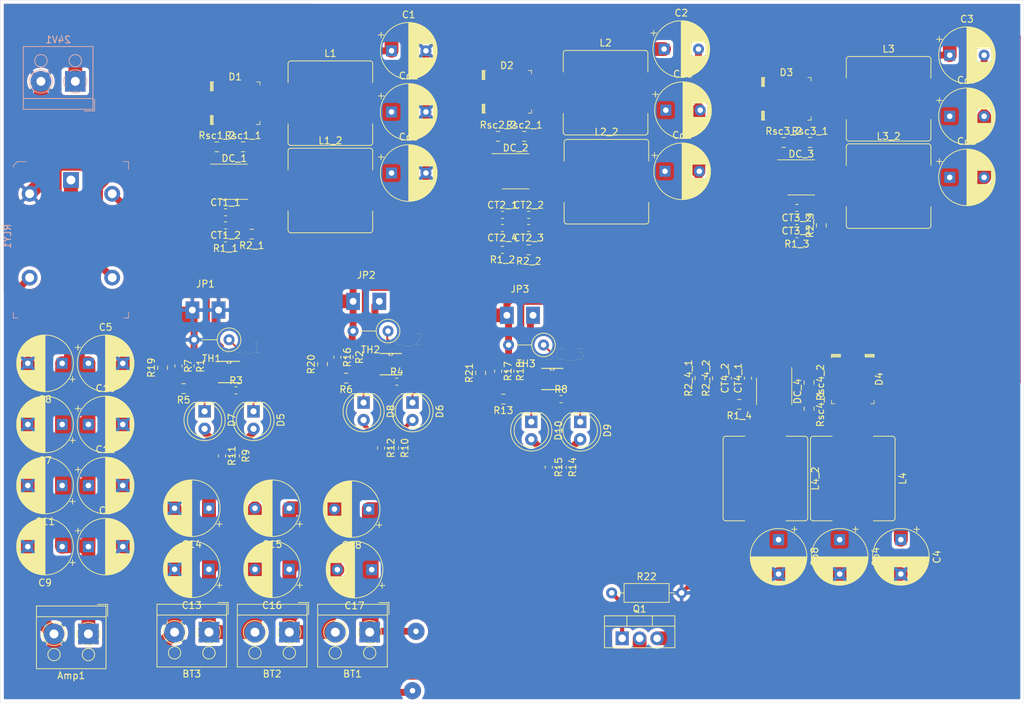
<source format=kicad_pcb>
(kicad_pcb (version 20171130) (host pcbnew "(5.1.5)-3")
  (layers (0 F.Cu signal) (31 B.Cu signal) (34 B.Paste user) (35 F.Paste user) (36 B.SilkS user) (37 F.SilkS user) (38 B.Mask user) (39 F.Mask user) (44 Edge.Cuts user))
  (net 0 "")
  (net 1 24V)
  (net 2 GND)
  (net 3 Amp_out)
  (net 4 5V_1)
  (net 5 "Net-(BC_1-Pad2)")
  (net 6 "Net-(BC_1-Pad4)")
  (net 7 "Net-(BC_1-Pad5)")
  (net 8 "Net-(BC_1-Pad6)")
  (net 9 "Net-(BC_1-Pad7)")
  (net 10 "Net-(BC_1-Pad8)")
  (net 11 "Net-(BC_1-Pad9)")
  (net 12 Cout_1)
  (net 13 5V_2)
  (net 14 "Net-(BC_2-Pad2)")
  (net 15 "Net-(BC_2-Pad4)")
  (net 16 "Net-(BC_2-Pad5)")
  (net 17 "Net-(BC_2-Pad6)")
  (net 18 "Net-(BC_2-Pad7)")
  (net 19 "Net-(BC_2-Pad8)")
  (net 20 "Net-(BC_2-Pad9)")
  (net 21 Cout_2)
  (net 22 Cout_3)
  (net 23 "Net-(BC_3-Pad9)")
  (net 24 "Net-(BC_3-Pad8)")
  (net 25 "Net-(BC_3-Pad7)")
  (net 26 "Net-(BC_3-Pad6)")
  (net 27 "Net-(BC_3-Pad5)")
  (net 28 "Net-(BC_3-Pad4)")
  (net 29 "Net-(BC_3-Pad2)")
  (net 30 5V_3)
  (net 31 12V)
  (net 32 "Net-(CT1_1-Pad2)")
  (net 33 "Net-(CT1_1-Pad1)")
  (net 34 "Net-(CT2_1-Pad1)")
  (net 35 "Net-(CT2_2-Pad1)")
  (net 36 "Net-(CT3_1-Pad1)")
  (net 37 "Net-(CT4_1-Pad1)")
  (net 38 "Net-(D5-Pad2)")
  (net 39 "Net-(D6-Pad2)")
  (net 40 "Net-(D7-Pad2)")
  (net 41 "Net-(D8-Pad2)")
  (net 42 "Net-(D9-Pad2)")
  (net 43 "Net-(D10-Pad2)")
  (net 44 "Net-(DC_1-Pad1)")
  (net 45 "Net-(DC_1-Pad5)")
  (net 46 "Net-(D1-Pad1)")
  (net 47 "Net-(DC_2-Pad1)")
  (net 48 "Net-(D2-Pad1)")
  (net 49 "Net-(DC_2-Pad5)")
  (net 50 "Net-(DC_3-Pad1)")
  (net 51 "Net-(D3-Pad1)")
  (net 52 "Net-(DC_3-Pad5)")
  (net 53 "Net-(DC_4-Pad1)")
  (net 54 "Net-(DC_4-Pad5)")
  (net 55 "Net-(D4-Pad1)")
  (net 56 "Net-(R19-Pad1)")
  (net 57 "Net-(R20-Pad1)")
  (net 58 "Net-(R13-Pad2)")
  (net 59 "Net-(R2_4_1-Pad2)")
  (net 60 "Net-(Rsc1_1-Pad1)")
  (net 61 "Net-(Rsc2_1-Pad1)")
  (net 62 "Net-(Rsc3_1-Pad1)")
  (net 63 "Net-(Rsc4_1-Pad1)")
  (net 64 "Net-(Co4-Pad1)")
  (net 65 "Net-(Q1-Pad1)")
  (module Resistor_THT:R_Axial_DIN0309_L9.0mm_D3.2mm_P5.08mm_Vertical (layer F.Cu) (at 104.648 81.28 180)
    (fp_text reference TH2 (at 2.54 -2.72) (layer F.SilkS))
    (fp_text value Thermistor_NTC)
    (pad 2 thru_hole oval (at 5.08 0 180) (size 1.6 1.6) (drill 0.8) (layers *.Cu *.Mask) (net 12 Cout_1))
    (pad 1 thru_hole circle (at 0 0 180) (size 1.6 1.6) (drill 0.8) (layers *.Cu *.Mask) (net 20 "Net-(BC_2-Pad9)"))
  )
  (module TerminalBlock_RND:TerminalBlock_RND_205-00001_1x02_P5.00mm_Horizontal (layer B.Cu) (at 59.182 44.958 180)
    (fp_text reference 24V1 (at 2.5 6.06) (layer B.SilkS) (effects (justify mirror)))
    (fp_text value Conn_01x02_Female)
    (pad 1 thru_hole rect (at 0 0 180) (size 3 3) (drill 1.3) (layers *.Cu *.Mask) (net 1 24V))
    (pad 2 thru_hole circle (at 5 0 180) (size 3 3) (drill 1.3) (layers *.Cu *.Mask) (net 2 GND))
  )
  (module TerminalBlock_RND:TerminalBlock_RND_205-00001_1x02_P5.00mm_Horizontal (layer F.Cu) (at 61.087 125.349 180)
    (fp_text reference Amp1 (at 2.5 -6.06) (layer F.SilkS))
    (fp_text value Conn_01x02_Male)
    (pad 2 thru_hole circle (at 5 0 180) (size 3 3) (drill 1.3) (layers *.Cu *.Mask) (net 2 GND))
    (pad 1 thru_hole rect (at 0 0 180) (size 3 3) (drill 1.3) (layers *.Cu *.Mask) (net 3 Amp_out))
  )
  (module BQ24092DGQT:SOP50P490X110-11N (layer F.Cu) (at 81.534 87.249)
    (fp_text reference BC_1 (at 1.753105 -3.582405) (layer F.SilkS) (effects (font (size 1.640465 1.640465) (thickness 0.015))))
    (fp_text value BQ24092DGQT)
    (pad 1 smd rect (at -2.1844 -0.9906) (size 1.4224 0.2794) (layers F.Cu F.Paste F.Mask) (net 4 5V_1))
    (pad 2 smd rect (at -2.1844 -0.508) (size 1.4224 0.2794) (layers F.Cu F.Paste F.Mask) (net 5 "Net-(BC_1-Pad2)"))
    (pad 3 smd rect (at -2.1844 0) (size 1.4224 0.2794) (layers F.Cu F.Paste F.Mask) (net 2 GND))
    (pad 4 smd rect (at -2.1844 0.508) (size 1.4224 0.2794) (layers F.Cu F.Paste F.Mask) (net 6 "Net-(BC_1-Pad4)"))
    (pad 5 smd rect (at -2.1844 0.9906) (size 1.4224 0.2794) (layers F.Cu F.Paste F.Mask) (net 7 "Net-(BC_1-Pad5)"))
    (pad 6 smd rect (at 2.1844 0.9906) (size 1.4224 0.2794) (layers F.Cu F.Paste F.Mask) (net 8 "Net-(BC_1-Pad6)"))
    (pad 7 smd rect (at 2.1844 0.508) (size 1.4224 0.2794) (layers F.Cu F.Paste F.Mask) (net 9 "Net-(BC_1-Pad7)"))
    (pad 8 smd rect (at 2.1844 0) (size 1.4224 0.2794) (layers F.Cu F.Paste F.Mask) (net 10 "Net-(BC_1-Pad8)"))
    (pad 9 smd rect (at 2.1844 -0.508) (size 1.4224 0.2794) (layers F.Cu F.Paste F.Mask) (net 11 "Net-(BC_1-Pad9)"))
    (pad 10 smd rect (at 2.1844 -0.9906) (size 1.4224 0.2794) (layers F.Cu F.Paste F.Mask) (net 12 Cout_1))
    (pad 11 smd rect (at 0 0) (size 1.5748 1.8796) (layers F.Cu F.Paste F.Mask) (net 2 GND))
  )
  (module BQ24092DGQT:SOP50P490X110-11N (layer F.Cu) (at 105.029 86.106)
    (fp_text reference BC_2 (at 1.753105 -3.582405) (layer F.SilkS) (effects (font (size 1.640465 1.640465) (thickness 0.015))))
    (fp_text value BQ24092DGQT)
    (pad 1 smd rect (at -2.1844 -0.9906) (size 1.4224 0.2794) (layers F.Cu F.Paste F.Mask) (net 13 5V_2))
    (pad 2 smd rect (at -2.1844 -0.508) (size 1.4224 0.2794) (layers F.Cu F.Paste F.Mask) (net 14 "Net-(BC_2-Pad2)"))
    (pad 3 smd rect (at -2.1844 0) (size 1.4224 0.2794) (layers F.Cu F.Paste F.Mask) (net 12 Cout_1))
    (pad 4 smd rect (at -2.1844 0.508) (size 1.4224 0.2794) (layers F.Cu F.Paste F.Mask) (net 15 "Net-(BC_2-Pad4)"))
    (pad 5 smd rect (at -2.1844 0.9906) (size 1.4224 0.2794) (layers F.Cu F.Paste F.Mask) (net 16 "Net-(BC_2-Pad5)"))
    (pad 6 smd rect (at 2.1844 0.9906) (size 1.4224 0.2794) (layers F.Cu F.Paste F.Mask) (net 17 "Net-(BC_2-Pad6)"))
    (pad 7 smd rect (at 2.1844 0.508) (size 1.4224 0.2794) (layers F.Cu F.Paste F.Mask) (net 18 "Net-(BC_2-Pad7)"))
    (pad 8 smd rect (at 2.1844 0) (size 1.4224 0.2794) (layers F.Cu F.Paste F.Mask) (net 19 "Net-(BC_2-Pad8)"))
    (pad 9 smd rect (at 2.1844 -0.508) (size 1.4224 0.2794) (layers F.Cu F.Paste F.Mask) (net 20 "Net-(BC_2-Pad9)"))
    (pad 10 smd rect (at 2.1844 -0.9906) (size 1.4224 0.2794) (layers F.Cu F.Paste F.Mask) (net 21 Cout_2))
    (pad 11 smd rect (at 0 0) (size 1.5748 1.8796) (layers F.Cu F.Paste F.Mask) (net 12 Cout_1))
  )
  (module BQ24092DGQT:SOP50P490X110-11N (layer F.Cu) (at 128.524 88.265)
    (fp_text reference BC_3 (at 1.753105 -3.582405) (layer F.SilkS) (effects (font (size 1.640465 1.640465) (thickness 0.015))))
    (fp_text value BQ24092DGQT)
    (pad 11 smd rect (at 0 0) (size 1.5748 1.8796) (layers F.Cu F.Paste F.Mask) (net 21 Cout_2))
    (pad 10 smd rect (at 2.1844 -0.9906) (size 1.4224 0.2794) (layers F.Cu F.Paste F.Mask) (net 22 Cout_3))
    (pad 9 smd rect (at 2.1844 -0.508) (size 1.4224 0.2794) (layers F.Cu F.Paste F.Mask) (net 23 "Net-(BC_3-Pad9)"))
    (pad 8 smd rect (at 2.1844 0) (size 1.4224 0.2794) (layers F.Cu F.Paste F.Mask) (net 24 "Net-(BC_3-Pad8)"))
    (pad 7 smd rect (at 2.1844 0.508) (size 1.4224 0.2794) (layers F.Cu F.Paste F.Mask) (net 25 "Net-(BC_3-Pad7)"))
    (pad 6 smd rect (at 2.1844 0.9906) (size 1.4224 0.2794) (layers F.Cu F.Paste F.Mask) (net 26 "Net-(BC_3-Pad6)"))
    (pad 5 smd rect (at -2.1844 0.9906) (size 1.4224 0.2794) (layers F.Cu F.Paste F.Mask) (net 27 "Net-(BC_3-Pad5)"))
    (pad 4 smd rect (at -2.1844 0.508) (size 1.4224 0.2794) (layers F.Cu F.Paste F.Mask) (net 28 "Net-(BC_3-Pad4)"))
    (pad 3 smd rect (at -2.1844 0) (size 1.4224 0.2794) (layers F.Cu F.Paste F.Mask) (net 21 Cout_2))
    (pad 2 smd rect (at -2.1844 -0.508) (size 1.4224 0.2794) (layers F.Cu F.Paste F.Mask) (net 29 "Net-(BC_3-Pad2)"))
    (pad 1 smd rect (at -2.1844 -0.9906) (size 1.4224 0.2794) (layers F.Cu F.Paste F.Mask) (net 30 5V_3))
  )
  (module TerminalBlock_RND:TerminalBlock_RND_205-00001_1x02_P5.00mm_Horizontal (layer F.Cu) (at 101.981 125.095 180)
    (fp_text reference BT1 (at 2.5 -6.06) (layer F.SilkS))
    (fp_text value Battery_Cell)
    (pad 1 thru_hole rect (at 0 0 180) (size 3 3) (drill 1.3) (layers *.Cu *.Mask) (net 22 Cout_3))
    (pad 2 thru_hole circle (at 5 0 180) (size 3 3) (drill 1.3) (layers *.Cu *.Mask) (net 21 Cout_2))
  )
  (module TerminalBlock_RND:TerminalBlock_RND_205-00001_1x02_P5.00mm_Horizontal (layer F.Cu) (at 90.297 125.095 180)
    (fp_text reference BT2 (at 2.5 -6.06) (layer F.SilkS))
    (fp_text value Battery_Cell)
    (pad 1 thru_hole rect (at 0 0 180) (size 3 3) (drill 1.3) (layers *.Cu *.Mask) (net 21 Cout_2))
    (pad 2 thru_hole circle (at 5 0 180) (size 3 3) (drill 1.3) (layers *.Cu *.Mask) (net 12 Cout_1))
  )
  (module TerminalBlock_RND:TerminalBlock_RND_205-00001_1x02_P5.00mm_Horizontal (layer F.Cu) (at 78.613 125.095 180)
    (fp_text reference BT3 (at 2.5 -6.06) (layer F.SilkS))
    (fp_text value Battery_Cell)
    (pad 2 thru_hole circle (at 5 0 180) (size 3 3) (drill 1.3) (layers *.Cu *.Mask) (net 2 GND))
    (pad 1 thru_hole rect (at 0 0 180) (size 3 3) (drill 1.3) (layers *.Cu *.Mask) (net 12 Cout_1))
  )
  (module Capacitor_THT:CP_Radial_D8.0mm_P5.00mm (layer F.Cu) (at 105.156 40.513)
    (fp_text reference C1 (at 2.5 -5.25) (layer F.SilkS))
    (fp_text value 330uF)
    (pad 2 thru_hole circle (at 5 0) (size 1.6 1.6) (drill 0.8) (layers *.Cu *.Mask) (net 2 GND))
    (pad 1 thru_hole rect (at 0 0) (size 1.6 1.6) (drill 0.8) (layers *.Cu *.Mask) (net 1 24V))
  )
  (module Capacitor_THT:CP_Radial_D8.0mm_P5.00mm (layer F.Cu) (at 144.78 40.259)
    (fp_text reference C2 (at 2.5 -5.25) (layer F.SilkS))
    (fp_text value 330uF)
    (pad 1 thru_hole rect (at 0 0) (size 1.6 1.6) (drill 0.8) (layers *.Cu *.Mask) (net 1 24V))
    (pad 2 thru_hole circle (at 5 0) (size 1.6 1.6) (drill 0.8) (layers *.Cu *.Mask) (net 12 Cout_1))
  )
  (module Capacitor_THT:CP_Radial_D8.0mm_P5.00mm (layer F.Cu) (at 186.309 41.148)
    (fp_text reference C3 (at 2.5 -5.25) (layer F.SilkS))
    (fp_text value 330uF)
    (pad 2 thru_hole circle (at 5 0) (size 1.6 1.6) (drill 0.8) (layers *.Cu *.Mask) (net 21 Cout_2))
    (pad 1 thru_hole rect (at 0 0) (size 1.6 1.6) (drill 0.8) (layers *.Cu *.Mask) (net 1 24V))
  )
  (module Capacitor_THT:CP_Radial_D8.0mm_P5.00mm (layer F.Cu) (at 179.197 111.633 270)
    (fp_text reference C4 (at 2.5 -5.25 90) (layer F.SilkS))
    (fp_text value 330uF)
    (pad 2 thru_hole circle (at 5 0 270) (size 1.6 1.6) (drill 0.8) (layers *.Cu *.Mask) (net 2 GND))
    (pad 1 thru_hole rect (at 0 0 270) (size 1.6 1.6) (drill 0.8) (layers *.Cu *.Mask) (net 1 24V))
  )
  (module Capacitor_THT:CP_Radial_D8.0mm_P5.00mm (layer F.Cu) (at 61.087 85.979)
    (fp_text reference C5 (at 2.5 -5.25) (layer F.SilkS))
    (fp_text value 330uF)
    (pad 2 thru_hole circle (at 5 0) (size 1.6 1.6) (drill 0.8) (layers *.Cu *.Mask) (net 2 GND))
    (pad 1 thru_hole rect (at 0 0) (size 1.6 1.6) (drill 0.8) (layers *.Cu *.Mask) (net 3 Amp_out))
  )
  (module Capacitor_THT:CP_Radial_D8.0mm_P5.00mm (layer F.Cu) (at 61.087 112.649)
    (fp_text reference C6 (at 2.5 -5.25) (layer F.SilkS))
    (fp_text value 330uF)
    (pad 1 thru_hole rect (at 0 0) (size 1.6 1.6) (drill 0.8) (layers *.Cu *.Mask) (net 3 Amp_out))
    (pad 2 thru_hole circle (at 5 0) (size 1.6 1.6) (drill 0.8) (layers *.Cu *.Mask) (net 2 GND))
  )
  (module Capacitor_THT:CP_Radial_D8.0mm_P5.00mm (layer F.Cu) (at 57.277 94.869 180)
    (fp_text reference C7 (at 2.5 -5.25) (layer F.SilkS))
    (fp_text value 330uF)
    (pad 1 thru_hole rect (at 0 0 180) (size 1.6 1.6) (drill 0.8) (layers *.Cu *.Mask) (net 3 Amp_out))
    (pad 2 thru_hole circle (at 5 0 180) (size 1.6 1.6) (drill 0.8) (layers *.Cu *.Mask) (net 2 GND))
  )
  (module Capacitor_THT:CP_Radial_D8.0mm_P5.00mm (layer F.Cu) (at 57.277 85.979 180)
    (fp_text reference C8 (at 2.5 -5.25) (layer F.SilkS))
    (fp_text value 330uF)
    (pad 2 thru_hole circle (at 5 0 180) (size 1.6 1.6) (drill 0.8) (layers *.Cu *.Mask) (net 2 GND))
    (pad 1 thru_hole rect (at 0 0 180) (size 1.6 1.6) (drill 0.8) (layers *.Cu *.Mask) (net 3 Amp_out))
  )
  (module Capacitor_THT:CP_Radial_D8.0mm_P5.00mm (layer F.Cu) (at 57.277 112.649 180)
    (fp_text reference C9 (at 2.5 -5.25) (layer F.SilkS))
    (fp_text value 330uF)
    (pad 2 thru_hole circle (at 5 0 180) (size 1.6 1.6) (drill 0.8) (layers *.Cu *.Mask) (net 2 GND))
    (pad 1 thru_hole rect (at 0 0 180) (size 1.6 1.6) (drill 0.8) (layers *.Cu *.Mask) (net 3 Amp_out))
  )
  (module Capacitor_THT:CP_Radial_D8.0mm_P5.00mm (layer F.Cu) (at 61.087 94.869)
    (fp_text reference C10 (at 2.5 -5.25) (layer F.SilkS))
    (fp_text value 330uF)
    (pad 1 thru_hole rect (at 0 0) (size 1.6 1.6) (drill 0.8) (layers *.Cu *.Mask) (net 3 Amp_out))
    (pad 2 thru_hole circle (at 5 0) (size 1.6 1.6) (drill 0.8) (layers *.Cu *.Mask) (net 2 GND))
  )
  (module Capacitor_THT:CP_Radial_D8.0mm_P5.00mm (layer F.Cu) (at 57.277 103.759 180)
    (fp_text reference C11 (at 2.5 -5.25) (layer F.SilkS))
    (fp_text value 330uF)
    (pad 1 thru_hole rect (at 0 0 180) (size 1.6 1.6) (drill 0.8) (layers *.Cu *.Mask) (net 3 Amp_out))
    (pad 2 thru_hole circle (at 5 0 180) (size 1.6 1.6) (drill 0.8) (layers *.Cu *.Mask) (net 2 GND))
  )
  (module Capacitor_THT:CP_Radial_D8.0mm_P5.00mm (layer F.Cu) (at 61.087 103.759)
    (fp_text reference C12 (at 2.5 -5.25) (layer F.SilkS))
    (fp_text value 330uF)
    (pad 2 thru_hole circle (at 5 0) (size 1.6 1.6) (drill 0.8) (layers *.Cu *.Mask) (net 2 GND))
    (pad 1 thru_hole rect (at 0 0) (size 1.6 1.6) (drill 0.8) (layers *.Cu *.Mask) (net 3 Amp_out))
  )
  (module Capacitor_THT:CP_Radial_D8.0mm_P5.00mm (layer F.Cu) (at 78.613 115.951 180)
    (fp_text reference C13 (at 2.5 -5.25) (layer F.SilkS))
    (fp_text value 330uF)
    (pad 2 thru_hole circle (at 5 0 180) (size 1.6 1.6) (drill 0.8) (layers *.Cu *.Mask) (net 2 GND))
    (pad 1 thru_hole rect (at 0 0 180) (size 1.6 1.6) (drill 0.8) (layers *.Cu *.Mask) (net 12 Cout_1))
  )
  (module Capacitor_THT:CP_Radial_D8.0mm_P5.00mm (layer F.Cu) (at 78.613 107.061 180)
    (fp_text reference C14 (at 2.5 -5.25) (layer F.SilkS))
    (fp_text value 330uF)
    (pad 1 thru_hole rect (at 0 0 180) (size 1.6 1.6) (drill 0.8) (layers *.Cu *.Mask) (net 12 Cout_1))
    (pad 2 thru_hole circle (at 5 0 180) (size 1.6 1.6) (drill 0.8) (layers *.Cu *.Mask) (net 2 GND))
  )
  (module Capacitor_THT:CP_Radial_D8.0mm_P5.00mm (layer F.Cu) (at 90.297 107.061 180)
    (fp_text reference C15 (at 2.5 -5.25) (layer F.SilkS))
    (fp_text value 330uF)
    (pad 2 thru_hole circle (at 5 0 180) (size 1.6 1.6) (drill 0.8) (layers *.Cu *.Mask) (net 12 Cout_1))
    (pad 1 thru_hole rect (at 0 0 180) (size 1.6 1.6) (drill 0.8) (layers *.Cu *.Mask) (net 21 Cout_2))
  )
  (module Capacitor_THT:CP_Radial_D8.0mm_P5.00mm (layer F.Cu) (at 90.297 115.951 180)
    (fp_text reference C16 (at 2.5 -5.25) (layer F.SilkS))
    (fp_text value 330uF)
    (pad 1 thru_hole rect (at 0 0 180) (size 1.6 1.6) (drill 0.8) (layers *.Cu *.Mask) (net 21 Cout_2))
    (pad 2 thru_hole circle (at 5 0 180) (size 1.6 1.6) (drill 0.8) (layers *.Cu *.Mask) (net 12 Cout_1))
  )
  (module Capacitor_THT:CP_Radial_D8.0mm_P5.00mm (layer F.Cu) (at 102.275301 115.993999 180)
    (fp_text reference C17 (at 2.5 -5.25) (layer F.SilkS))
    (fp_text value 330uF)
    (pad 2 thru_hole circle (at 5 0 180) (size 1.6 1.6) (drill 0.8) (layers *.Cu *.Mask) (net 21 Cout_2))
    (pad 1 thru_hole rect (at 0 0 180) (size 1.6 1.6) (drill 0.8) (layers *.Cu *.Mask) (net 22 Cout_3))
  )
  (module Capacitor_THT:CP_Radial_D8.0mm_P5.00mm (layer F.Cu) (at 101.854 107.188 180)
    (fp_text reference C18 (at 2.5 -5.25) (layer F.SilkS))
    (fp_text value 330uF)
    (pad 1 thru_hole rect (at 0 0 180) (size 1.6 1.6) (drill 0.8) (layers *.Cu *.Mask) (net 22 Cout_3))
    (pad 2 thru_hole circle (at 5 0 180) (size 1.6 1.6) (drill 0.8) (layers *.Cu *.Mask) (net 21 Cout_2))
  )
  (module Capacitor_THT:CP_Radial_D8.0mm_P5.00mm (layer F.Cu) (at 105.156 49.403)
    (fp_text reference Co1 (at 2.5 -5.25) (layer F.SilkS))
    (fp_text value 330uF)
    (pad 1 thru_hole rect (at 0 0) (size 1.6 1.6) (drill 0.8) (layers *.Cu *.Mask) (net 4 5V_1))
    (pad 2 thru_hole circle (at 5 0) (size 1.6 1.6) (drill 0.8) (layers *.Cu *.Mask) (net 2 GND))
  )
  (module Capacitor_THT:CP_Radial_D8.0mm_P5.00mm (layer F.Cu) (at 144.907 58.039)
    (fp_text reference Co2 (at 2.5 -5.25) (layer F.SilkS))
    (fp_text value 330uF)
    (pad 2 thru_hole circle (at 5 0) (size 1.6 1.6) (drill 0.8) (layers *.Cu *.Mask) (net 12 Cout_1))
    (pad 1 thru_hole rect (at 0 0) (size 1.6 1.6) (drill 0.8) (layers *.Cu *.Mask) (net 13 5V_2))
  )
  (module Capacitor_THT:CP_Radial_D8.0mm_P5.00mm (layer F.Cu) (at 186.309 58.928)
    (fp_text reference Co3 (at 2.5 -5.25) (layer F.SilkS))
    (fp_text value 330uF)
    (pad 2 thru_hole circle (at 5 0) (size 1.6 1.6) (drill 0.8) (layers *.Cu *.Mask) (net 21 Cout_2))
    (pad 1 thru_hole rect (at 0 0) (size 1.6 1.6) (drill 0.8) (layers *.Cu *.Mask) (net 30 5V_3))
  )
  (module Capacitor_THT:CP_Radial_D8.0mm_P5.00mm (layer F.Cu) (at 170.307 111.633 270)
    (fp_text reference Co4 (at 2.5 -5.25 90) (layer F.SilkS))
    (fp_text value 330uF)
    (pad 1 thru_hole rect (at 0 0 270) (size 1.6 1.6) (drill 0.8) (layers *.Cu *.Mask) (net 64 "Net-(Co4-Pad1)"))
    (pad 2 thru_hole circle (at 5 0 270) (size 1.6 1.6) (drill 0.8) (layers *.Cu *.Mask) (net 2 GND))
  )
  (module Capacitor_THT:CP_Radial_D8.0mm_P5.00mm (layer F.Cu) (at 105.156 58.293)
    (fp_text reference Co5 (at 2.5 -5.25) (layer F.SilkS))
    (fp_text value 330uF)
    (pad 1 thru_hole rect (at 0 0) (size 1.6 1.6) (drill 0.8) (layers *.Cu *.Mask) (net 4 5V_1))
    (pad 2 thru_hole circle (at 5 0) (size 1.6 1.6) (drill 0.8) (layers *.Cu *.Mask) (net 2 GND))
  )
  (module Capacitor_THT:CP_Radial_D8.0mm_P5.00mm (layer F.Cu) (at 145.034 49.149)
    (fp_text reference Co6 (at 2.5 -5.25) (layer F.SilkS))
    (fp_text value 330uF)
    (pad 1 thru_hole rect (at 0 0) (size 1.6 1.6) (drill 0.8) (layers *.Cu *.Mask) (net 13 5V_2))
    (pad 2 thru_hole circle (at 5 0) (size 1.6 1.6) (drill 0.8) (layers *.Cu *.Mask) (net 12 Cout_1))
  )
  (module Capacitor_THT:CP_Radial_D8.0mm_P5.00mm (layer F.Cu) (at 186.309 50.038)
    (fp_text reference Co7 (at 2.5 -5.25) (layer F.SilkS))
    (fp_text value 330uF)
    (pad 1 thru_hole rect (at 0 0) (size 1.6 1.6) (drill 0.8) (layers *.Cu *.Mask) (net 30 5V_3))
    (pad 2 thru_hole circle (at 5 0) (size 1.6 1.6) (drill 0.8) (layers *.Cu *.Mask) (net 21 Cout_2))
  )
  (module Capacitor_THT:CP_Radial_D8.0mm_P5.00mm (layer F.Cu) (at 161.417 111.633 270)
    (fp_text reference Co8 (at 2.5 -5.25 90) (layer F.SilkS))
    (fp_text value 330uF)
    (pad 2 thru_hole circle (at 5 0 270) (size 1.6 1.6) (drill 0.8) (layers *.Cu *.Mask) (net 2 GND))
    (pad 1 thru_hole rect (at 0 0 270) (size 1.6 1.6) (drill 0.8) (layers *.Cu *.Mask) (net 64 "Net-(Co4-Pad1)"))
  )
  (module Capacitor_SMD:C_0603_1608Metric_Pad1.05x0.95mm_HandSolder (layer F.Cu) (at 81.026 64.008)
    (fp_text reference CT1_1 (at 0 -1.43) (layer F.SilkS))
    (fp_text value 220pF)
    (pad 2 smd roundrect (at 0.875 0) (size 1.05 0.95) (layers F.Cu F.Paste F.Mask) (net 32 "Net-(CT1_1-Pad2)"))
    (pad 1 smd roundrect (at -0.875 0) (size 1.05 0.95) (layers F.Cu F.Paste F.Mask) (net 33 "Net-(CT1_1-Pad1)"))
  )
  (module Capacitor_SMD:C_0603_1608Metric_Pad1.05x0.95mm_HandSolder (layer F.Cu) (at 81.026 65.913 180)
    (fp_text reference CT1_2 (at 0 -1.43) (layer F.SilkS))
    (fp_text value 220pF)
    (pad 1 smd roundrect (at -0.875 0 180) (size 1.05 0.95) (layers F.Cu F.Paste F.Mask) (net 32 "Net-(CT1_1-Pad2)"))
    (pad 2 smd roundrect (at 0.875 0 180) (size 1.05 0.95) (layers F.Cu F.Paste F.Mask) (net 2 GND))
  )
  (module Capacitor_SMD:C_0603_1608Metric_Pad1.05x0.95mm_HandSolder (layer F.Cu) (at 121.285 64.389)
    (fp_text reference CT2_1 (at 0 -1.43) (layer F.SilkS))
    (fp_text value 220pF)
    (pad 1 smd roundrect (at -0.875 0) (size 1.05 0.95) (layers F.Cu F.Paste F.Mask) (net 34 "Net-(CT2_1-Pad1)"))
    (pad 2 smd roundrect (at 0.875 0) (size 1.05 0.95) (layers F.Cu F.Paste F.Mask) (net 12 Cout_1))
  )
  (module Capacitor_SMD:C_0603_1608Metric_Pad1.05x0.95mm_HandSolder (layer F.Cu) (at 125.095 64.389)
    (fp_text reference CT2_2 (at 0 -1.43) (layer F.SilkS))
    (fp_text value 18pF)
    (pad 2 smd roundrect (at 0.875 0) (size 1.05 0.95) (layers F.Cu F.Paste F.Mask) (net 12 Cout_1))
    (pad 1 smd roundrect (at -0.875 0) (size 1.05 0.95) (layers F.Cu F.Paste F.Mask) (net 35 "Net-(CT2_2-Pad1)"))
  )
  (module Capacitor_SMD:C_0603_1608Metric_Pad1.05x0.95mm_HandSolder (layer F.Cu) (at 125.095 66.294 180)
    (fp_text reference CT2_3 (at 0 -1.43) (layer F.SilkS))
    (fp_text value 10pF)
    (pad 2 smd roundrect (at 0.875 0 180) (size 1.05 0.95) (layers F.Cu F.Paste F.Mask) (net 12 Cout_1))
    (pad 1 smd roundrect (at -0.875 0 180) (size 1.05 0.95) (layers F.Cu F.Paste F.Mask) (net 35 "Net-(CT2_2-Pad1)"))
  )
  (module Capacitor_SMD:C_0603_1608Metric_Pad1.05x0.95mm_HandSolder (layer F.Cu) (at 121.285 66.294 180)
    (fp_text reference CT2_4 (at 0 -1.43) (layer F.SilkS))
    (fp_text value 220pF)
    (pad 1 smd roundrect (at -0.875 0 180) (size 1.05 0.95) (layers F.Cu F.Paste F.Mask) (net 35 "Net-(CT2_2-Pad1)"))
    (pad 2 smd roundrect (at 0.875 0 180) (size 1.05 0.95) (layers F.Cu F.Paste F.Mask) (net 34 "Net-(CT2_1-Pad1)"))
  )
  (module Capacitor_SMD:C_0603_1608Metric_Pad1.05x0.95mm_HandSolder (layer F.Cu) (at 164.084 65.278 180)
    (fp_text reference CT3_1 (at 0 -1.43) (layer F.SilkS))
    (fp_text value 150pF)
    (pad 1 smd roundrect (at -0.875 0 180) (size 1.05 0.95) (layers F.Cu F.Paste F.Mask) (net 36 "Net-(CT3_1-Pad1)"))
    (pad 2 smd roundrect (at 0.875 0 180) (size 1.05 0.95) (layers F.Cu F.Paste F.Mask) (net 21 Cout_2))
  )
  (module Capacitor_SMD:C_0603_1608Metric_Pad1.05x0.95mm_HandSolder (layer F.Cu) (at 164.084 63.373 180)
    (fp_text reference CT3_2 (at 0 -1.43) (layer F.SilkS))
    (fp_text value 33pF)
    (pad 1 smd roundrect (at -0.875 0 180) (size 1.05 0.95) (layers F.Cu F.Paste F.Mask) (net 36 "Net-(CT3_1-Pad1)"))
    (pad 2 smd roundrect (at 0.875 0 180) (size 1.05 0.95) (layers F.Cu F.Paste F.Mask) (net 21 Cout_2))
  )
  (module Capacitor_SMD:C_0603_1608Metric_Pad1.05x0.95mm_HandSolder (layer F.Cu) (at 156.972 88.138 90)
    (fp_text reference CT4_1 (at 0 -1.43 90) (layer F.SilkS))
    (fp_text value 27pF)
    (pad 2 smd roundrect (at 0.875 0 90) (size 1.05 0.95) (layers F.Cu F.Paste F.Mask) (net 2 GND))
    (pad 1 smd roundrect (at -0.875 0 90) (size 1.05 0.95) (layers F.Cu F.Paste F.Mask) (net 37 "Net-(CT4_1-Pad1)"))
  )
  (module Capacitor_SMD:C_0603_1608Metric_Pad1.05x0.95mm_HandSolder (layer F.Cu) (at 155.067 88.138 90)
    (fp_text reference CT4_2 (at 0 -1.43 90) (layer F.SilkS))
    (fp_text value 220pF)
    (pad 2 smd roundrect (at 0.875 0 90) (size 1.05 0.95) (layers F.Cu F.Paste F.Mask) (net 2 GND))
    (pad 1 smd roundrect (at -0.875 0 90) (size 1.05 0.95) (layers F.Cu F.Paste F.Mask) (net 37 "Net-(CT4_1-Pad1)"))
  )
  (module LED_THT:LED_D5.0mm (layer F.Cu) (at 85.09 92.964 270)
    (fp_text reference D5 (at 1.27 -3.96 90) (layer F.SilkS))
    (fp_text value LED)
    (pad 1 thru_hole rect (at 0 0 270) (size 1.8 1.8) (drill 0.9) (layers *.Cu *.Mask) (net 10 "Net-(BC_1-Pad8)"))
    (pad 2 thru_hole circle (at 2.54 0 270) (size 1.8 1.8) (drill 0.9) (layers *.Cu *.Mask) (net 38 "Net-(D5-Pad2)"))
  )
  (module LED_THT:LED_D5.0mm (layer F.Cu) (at 108.204 91.694 270)
    (fp_text reference D6 (at 1.27 -3.96 90) (layer F.SilkS))
    (fp_text value LED)
    (pad 2 thru_hole circle (at 2.54 0 270) (size 1.8 1.8) (drill 0.9) (layers *.Cu *.Mask) (net 39 "Net-(D6-Pad2)"))
    (pad 1 thru_hole rect (at 0 0 270) (size 1.8 1.8) (drill 0.9) (layers *.Cu *.Mask) (net 19 "Net-(BC_2-Pad8)"))
  )
  (module LED_THT:LED_D5.0mm (layer F.Cu) (at 77.978 92.964 270)
    (fp_text reference D7 (at 1.27 -3.96 90) (layer F.SilkS))
    (fp_text value LED)
    (pad 2 thru_hole circle (at 2.54 0 270) (size 1.8 1.8) (drill 0.9) (layers *.Cu *.Mask) (net 40 "Net-(D7-Pad2)"))
    (pad 1 thru_hole rect (at 0 0 270) (size 1.8 1.8) (drill 0.9) (layers *.Cu *.Mask) (net 7 "Net-(BC_1-Pad5)"))
  )
  (module LED_THT:LED_D5.0mm (layer F.Cu) (at 101.092 91.694 270)
    (fp_text reference D8 (at 1.27 -3.96 90) (layer F.SilkS))
    (fp_text value LED)
    (pad 2 thru_hole circle (at 2.54 0 270) (size 1.8 1.8) (drill 0.9) (layers *.Cu *.Mask) (net 41 "Net-(D8-Pad2)"))
    (pad 1 thru_hole rect (at 0 0 270) (size 1.8 1.8) (drill 0.9) (layers *.Cu *.Mask) (net 16 "Net-(BC_2-Pad5)"))
  )
  (module LED_THT:LED_D5.0mm (layer F.Cu) (at 132.588 94.488 270)
    (fp_text reference D9 (at 1.27 -3.96 90) (layer F.SilkS))
    (fp_text value LED)
    (pad 1 thru_hole rect (at 0 0 270) (size 1.8 1.8) (drill 0.9) (layers *.Cu *.Mask) (net 24 "Net-(BC_3-Pad8)"))
    (pad 2 thru_hole circle (at 2.54 0 270) (size 1.8 1.8) (drill 0.9) (layers *.Cu *.Mask) (net 42 "Net-(D9-Pad2)"))
  )
  (module LED_THT:LED_D5.0mm (layer F.Cu) (at 125.476 94.488 270)
    (fp_text reference D10 (at 1.27 -3.96 90) (layer F.SilkS))
    (fp_text value LED)
    (pad 1 thru_hole rect (at 0 0 270) (size 1.8 1.8) (drill 0.9) (layers *.Cu *.Mask) (net 27 "Net-(BC_3-Pad5)"))
    (pad 2 thru_hole circle (at 2.54 0 270) (size 1.8 1.8) (drill 0.9) (layers *.Cu *.Mask) (net 43 "Net-(D10-Pad2)"))
  )
  (module Package_SO:SOIC-8_3.9x4.9mm_P1.27mm (layer F.Cu) (at 82.296 59.563)
    (fp_text reference DC_1 (at 0 -3.4) (layer F.SilkS))
    (fp_text value MC34063AD)
    (pad 8 smd roundrect (at 2.475 -1.905) (size 1.95 0.6) (layers F.Cu F.Paste F.Mask) (net 44 "Net-(DC_1-Pad1)"))
    (pad 7 smd roundrect (at 2.475 -0.635) (size 1.95 0.6) (layers F.Cu F.Paste F.Mask) (net 44 "Net-(DC_1-Pad1)"))
    (pad 6 smd roundrect (at 2.475 0.635) (size 1.95 0.6) (layers F.Cu F.Paste F.Mask) (net 1 24V))
    (pad 5 smd roundrect (at 2.475 1.905) (size 1.95 0.6) (layers F.Cu F.Paste F.Mask) (net 45 "Net-(DC_1-Pad5)"))
    (pad 4 smd roundrect (at -2.475 1.905) (size 1.95 0.6) (layers F.Cu F.Paste F.Mask) (net 2 GND))
    (pad 3 smd roundrect (at -2.475 0.635) (size 1.95 0.6) (layers F.Cu F.Paste F.Mask) (net 33 "Net-(CT1_1-Pad1)"))
    (pad 2 smd roundrect (at -2.475 -0.635) (size 1.95 0.6) (layers F.Cu F.Paste F.Mask) (net 46 "Net-(D1-Pad1)"))
    (pad 1 smd roundrect (at -2.475 -1.905) (size 1.95 0.6) (layers F.Cu F.Paste F.Mask) (net 44 "Net-(DC_1-Pad1)"))
  )
  (module Package_SO:SOIC-8_3.9x4.9mm_P1.27mm (layer F.Cu) (at 123.19 58.039)
    (fp_text reference DC_2 (at 0 -3.4) (layer F.SilkS))
    (fp_text value MC34063AD)
    (pad 1 smd roundrect (at -2.475 -1.905) (size 1.95 0.6) (layers F.Cu F.Paste F.Mask) (net 47 "Net-(DC_2-Pad1)"))
    (pad 2 smd roundrect (at -2.475 -0.635) (size 1.95 0.6) (layers F.Cu F.Paste F.Mask) (net 48 "Net-(D2-Pad1)"))
    (pad 3 smd roundrect (at -2.475 0.635) (size 1.95 0.6) (layers F.Cu F.Paste F.Mask) (net 35 "Net-(CT2_2-Pad1)"))
    (pad 4 smd roundrect (at -2.475 1.905) (size 1.95 0.6) (layers F.Cu F.Paste F.Mask) (net 12 Cout_1))
    (pad 5 smd roundrect (at 2.475 1.905) (size 1.95 0.6) (layers F.Cu F.Paste F.Mask) (net 49 "Net-(DC_2-Pad5)"))
    (pad 6 smd roundrect (at 2.475 0.635) (size 1.95 0.6) (layers F.Cu F.Paste F.Mask) (net 1 24V))
    (pad 7 smd roundrect (at 2.475 -0.635) (size 1.95 0.6) (layers F.Cu F.Paste F.Mask) (net 47 "Net-(DC_2-Pad1)"))
    (pad 8 smd roundrect (at 2.475 -1.905) (size 1.95 0.6) (layers F.Cu F.Paste F.Mask) (net 47 "Net-(DC_2-Pad1)"))
  )
  (module Package_SO:SOIC-8_3.9x4.9mm_P1.27mm (layer F.Cu) (at 164.719 58.928)
    (fp_text reference DC_3 (at 0 -3.4) (layer F.SilkS))
    (fp_text value MC34063AD)
    (pad 1 smd roundrect (at -2.475 -1.905) (size 1.95 0.6) (layers F.Cu F.Paste F.Mask) (net 50 "Net-(DC_3-Pad1)"))
    (pad 2 smd roundrect (at -2.475 -0.635) (size 1.95 0.6) (layers F.Cu F.Paste F.Mask) (net 51 "Net-(D3-Pad1)"))
    (pad 3 smd roundrect (at -2.475 0.635) (size 1.95 0.6) (layers F.Cu F.Paste F.Mask) (net 36 "Net-(CT3_1-Pad1)"))
    (pad 4 smd roundrect (at -2.475 1.905) (size 1.95 0.6) (layers F.Cu F.Paste F.Mask) (net 21 Cout_2))
    (pad 5 smd roundrect (at 2.475 1.905) (size 1.95 0.6) (layers F.Cu F.Paste F.Mask) (net 52 "Net-(DC_3-Pad5)"))
    (pad 6 smd roundrect (at 2.475 0.635) (size 1.95 0.6) (layers F.Cu F.Paste F.Mask) (net 1 24V))
    (pad 7 smd roundrect (at 2.475 -0.635) (size 1.95 0.6) (layers F.Cu F.Paste F.Mask) (net 50 "Net-(DC_3-Pad1)"))
    (pad 8 smd roundrect (at 2.475 -1.905) (size 1.95 0.6) (layers F.Cu F.Paste F.Mask) (net 50 "Net-(DC_3-Pad1)"))
  )
  (module Package_SO:SOIC-8_3.9x4.9mm_P1.27mm (layer F.Cu) (at 160.782 90.043 270)
    (fp_text reference DC_4 (at 0 -3.4 90) (layer F.SilkS))
    (fp_text value MC34063AD)
    (pad 8 smd roundrect (at 2.475 -1.905 270) (size 1.95 0.6) (layers F.Cu F.Paste F.Mask) (net 53 "Net-(DC_4-Pad1)"))
    (pad 7 smd roundrect (at 2.475 -0.635 270) (size 1.95 0.6) (layers F.Cu F.Paste F.Mask) (net 53 "Net-(DC_4-Pad1)"))
    (pad 6 smd roundrect (at 2.475 0.635 270) (size 1.95 0.6) (layers F.Cu F.Paste F.Mask) (net 1 24V))
    (pad 5 smd roundrect (at 2.475 1.905 270) (size 1.95 0.6) (layers F.Cu F.Paste F.Mask) (net 54 "Net-(DC_4-Pad5)"))
    (pad 4 smd roundrect (at -2.475 1.905 270) (size 1.95 0.6) (layers F.Cu F.Paste F.Mask) (net 2 GND))
    (pad 3 smd roundrect (at -2.475 0.635 270) (size 1.95 0.6) (layers F.Cu F.Paste F.Mask) (net 37 "Net-(CT4_1-Pad1)"))
    (pad 2 smd roundrect (at -2.475 -0.635 270) (size 1.95 0.6) (layers F.Cu F.Paste F.Mask) (net 55 "Net-(D4-Pad1)"))
    (pad 1 smd roundrect (at -2.475 -1.905 270) (size 1.95 0.6) (layers F.Cu F.Paste F.Mask) (net 53 "Net-(DC_4-Pad1)"))
  )
  (module Inductor_SMD:L_Bourns_SRR1210A (layer F.Cu) (at 96.266 48.133)
    (fp_text reference L1 (at 0 -7.25) (layer F.SilkS))
    (fp_text value 330uH)
    (pad 2 smd rect (at 5.05 0) (size 4 9) (layers F.Cu F.Paste F.Mask) (net 4 5V_1))
    (pad 1 smd rect (at -5.05 0) (size 4 9) (layers F.Cu F.Paste F.Mask) (net 46 "Net-(D1-Pad1)"))
  )
  (module Inductor_SMD:L_Bourns_SRR1210A (layer F.Cu) (at 136.271 46.609)
    (fp_text reference L2 (at 0 -7.25) (layer F.SilkS))
    (fp_text value 330uH)
    (pad 1 smd rect (at -5.05 0) (size 4 9) (layers F.Cu F.Paste F.Mask) (net 48 "Net-(D2-Pad1)"))
    (pad 2 smd rect (at 5.05 0) (size 4 9) (layers F.Cu F.Paste F.Mask) (net 13 5V_2))
  )
  (module Inductor_SMD:L_Bourns_SRR1210A (layer F.Cu) (at 177.419 47.498)
    (fp_text reference L3 (at 0 -7.25) (layer F.SilkS))
    (fp_text value 330uH)
    (pad 2 smd rect (at 5.05 0) (size 4 9) (layers F.Cu F.Paste F.Mask) (net 30 5V_3))
    (pad 1 smd rect (at -5.05 0) (size 4 9) (layers F.Cu F.Paste F.Mask) (net 51 "Net-(D3-Pad1)"))
  )
  (module Inductor_SMD:L_Bourns_SRR1210A (layer F.Cu) (at 172.212 102.743 270)
    (fp_text reference L4 (at 0 -7.25 90) (layer F.SilkS))
    (fp_text value 330uH)
    (pad 1 smd rect (at -5.05 0 270) (size 4 9) (layers F.Cu F.Paste F.Mask) (net 55 "Net-(D4-Pad1)"))
    (pad 2 smd rect (at 5.05 0 270) (size 4 9) (layers F.Cu F.Paste F.Mask) (net 64 "Net-(Co4-Pad1)"))
  )
  (module Inductor_SMD:L_Bourns_SRR1210A (layer F.Cu) (at 96.266 60.833)
    (fp_text reference L1_2 (at 0 -7.25) (layer F.SilkS))
    (fp_text value 330uH)
    (pad 2 smd rect (at 5.05 0) (size 4 9) (layers F.Cu F.Paste F.Mask) (net 4 5V_1))
    (pad 1 smd rect (at -5.05 0) (size 4 9) (layers F.Cu F.Paste F.Mask) (net 46 "Net-(D1-Pad1)"))
  )
  (module Inductor_SMD:L_Bourns_SRR1210A (layer F.Cu) (at 136.398 59.563)
    (fp_text reference L2_2 (at 0 -7.25) (layer F.SilkS))
    (fp_text value 330uH)
    (pad 1 smd rect (at -5.05 0) (size 4 9) (layers F.Cu F.Paste F.Mask) (net 48 "Net-(D2-Pad1)"))
    (pad 2 smd rect (at 5.05 0) (size 4 9) (layers F.Cu F.Paste F.Mask) (net 13 5V_2))
  )
  (module Inductor_SMD:L_Bourns_SRR1210A (layer F.Cu) (at 177.419 60.198)
    (fp_text reference L3_2 (at 0 -7.25) (layer F.SilkS))
    (fp_text value 330uH)
    (pad 1 smd rect (at -5.05 0) (size 4 9) (layers F.Cu F.Paste F.Mask) (net 51 "Net-(D3-Pad1)"))
    (pad 2 smd rect (at 5.05 0) (size 4 9) (layers F.Cu F.Paste F.Mask) (net 30 5V_3))
  )
  (module Inductor_SMD:L_Bourns_SRR1210A (layer F.Cu) (at 159.512 102.743 270)
    (fp_text reference L4_2 (at 0 -7.25 90) (layer F.SilkS))
    (fp_text value 330uH)
    (pad 2 smd rect (at 5.05 0 270) (size 4 9) (layers F.Cu F.Paste F.Mask) (net 64 "Net-(Co4-Pad1)"))
    (pad 1 smd rect (at -5.05 0 270) (size 4 9) (layers F.Cu F.Paste F.Mask) (net 55 "Net-(D4-Pad1)"))
  )
  (module Resistor_SMD:R_0603_1608Metric_Pad1.05x0.95mm_HandSolder (layer F.Cu) (at 75.946 86.36 270)
    (fp_text reference R1 (at 0 -1.43 90) (layer F.SilkS))
    (fp_text value 1.1k)
    (pad 2 smd roundrect (at 0.875 0 270) (size 1.05 0.95) (layers F.Cu F.Paste F.Mask) (net 5 "Net-(BC_1-Pad2)"))
    (pad 1 smd roundrect (at -0.875 0 270) (size 1.05 0.95) (layers F.Cu F.Paste F.Mask) (net 2 GND))
  )
  (module Resistor_SMD:R_0603_1608Metric_Pad1.05x0.95mm_HandSolder (layer F.Cu) (at 99.06 85.09 270)
    (fp_text reference R2 (at 0 -1.43 90) (layer F.SilkS))
    (fp_text value 1.1k)
    (pad 1 smd roundrect (at -0.875 0 270) (size 1.05 0.95) (layers F.Cu F.Paste F.Mask) (net 12 Cout_1))
    (pad 2 smd roundrect (at 0.875 0 270) (size 1.05 0.95) (layers F.Cu F.Paste F.Mask) (net 14 "Net-(BC_2-Pad2)"))
  )
  (module Resistor_SMD:R_0603_1608Metric_Pad1.05x0.95mm_HandSolder (layer F.Cu) (at 82.55 89.916)
    (fp_text reference R3 (at 0 -1.43) (layer F.SilkS))
    (fp_text value 1.1k)
    (pad 1 smd roundrect (at -0.875 0) (size 1.05 0.95) (layers F.Cu F.Paste F.Mask) (net 2 GND))
    (pad 2 smd roundrect (at 0.875 0) (size 1.05 0.95) (layers F.Cu F.Paste F.Mask) (net 9 "Net-(BC_1-Pad7)"))
  )
  (module Resistor_SMD:R_0603_1608Metric_Pad1.05x0.95mm_HandSolder (layer F.Cu) (at 105.918 88.646)
    (fp_text reference R4 (at 0 -1.43) (layer F.SilkS))
    (fp_text value 1.1k)
    (pad 2 smd roundrect (at 0.875 0) (size 1.05 0.95) (layers F.Cu F.Paste F.Mask) (net 18 "Net-(BC_2-Pad7)"))
    (pad 1 smd roundrect (at -0.875 0) (size 1.05 0.95) (layers F.Cu F.Paste F.Mask) (net 12 Cout_1))
  )
  (module Resistor_SMD:R_0805_2012Metric_Pad1.15x1.40mm_HandSolder (layer F.Cu) (at 74.93 89.662 180)
    (fp_text reference R5 (at 0 -1.65) (layer F.SilkS))
    (fp_text value 330)
    (pad 2 smd roundrect (at 1.025 0 180) (size 1.15 1.4) (layers F.Cu F.Paste F.Mask) (roundrect_rratio 0.217391) (net 56 "Net-(R19-Pad1)"))
    (pad 1 smd roundrect (at -1.025 0 180) (size 1.15 1.4) (layers F.Cu F.Paste F.Mask) (roundrect_rratio 0.217391) (net 6 "Net-(BC_1-Pad4)"))
  )
  (module Resistor_SMD:R_0805_2012Metric_Pad1.15x1.40mm_HandSolder (layer F.Cu) (at 98.552 88.138 180)
    (fp_text reference R6 (at 0 -1.65) (layer F.SilkS))
    (fp_text value 330)
    (pad 1 smd roundrect (at -1.025 0 180) (size 1.15 1.4) (layers F.Cu F.Paste F.Mask) (roundrect_rratio 0.217391) (net 15 "Net-(BC_2-Pad4)"))
    (pad 2 smd roundrect (at 1.025 0 180) (size 1.15 1.4) (layers F.Cu F.Paste F.Mask) (roundrect_rratio 0.217391) (net 57 "Net-(R20-Pad1)"))
  )
  (module Resistor_SMD:R_0603_1608Metric_Pad1.05x0.95mm_HandSolder (layer F.Cu) (at 74.168 86.36 270)
    (fp_text reference R7 (at 0 -1.43 90) (layer F.SilkS))
    (fp_text value 1.1k)
    (pad 1 smd roundrect (at -0.875 0 270) (size 1.05 0.95) (layers F.Cu F.Paste F.Mask) (net 2 GND))
    (pad 2 smd roundrect (at 0.875 0 270) (size 1.05 0.95) (layers F.Cu F.Paste F.Mask) (net 5 "Net-(BC_1-Pad2)"))
  )
  (module Resistor_SMD:R_0603_1608Metric_Pad1.05x0.95mm_HandSolder (layer F.Cu) (at 129.794 91.186)
    (fp_text reference R8 (at 0 -1.43) (layer F.SilkS))
    (fp_text value 1.1k)
    (pad 1 smd roundrect (at -0.875 0) (size 1.05 0.95) (layers F.Cu F.Paste F.Mask) (net 21 Cout_2))
    (pad 2 smd roundrect (at 0.875 0) (size 1.05 0.95) (layers F.Cu F.Paste F.Mask) (net 25 "Net-(BC_3-Pad7)"))
  )
  (module Resistor_SMD:R_0603_1608Metric_Pad1.05x0.95mm_HandSolder (layer F.Cu) (at 82.55 99.441 270)
    (fp_text reference R9 (at 0 -1.43 90) (layer F.SilkS))
    (fp_text value 180)
    (pad 1 smd roundrect (at -0.875 0 270) (size 1.05 0.95) (layers F.Cu F.Paste F.Mask) (net 38 "Net-(D5-Pad2)"))
    (pad 2 smd roundrect (at 0.875 0 270) (size 1.05 0.95) (layers F.Cu F.Paste F.Mask) (net 12 Cout_1))
  )
  (module Resistor_SMD:R_0603_1608Metric_Pad1.05x0.95mm_HandSolder (layer F.Cu) (at 105.664 98.298 270)
    (fp_text reference R10 (at 0 -1.43 90) (layer F.SilkS))
    (fp_text value 180)
    (pad 1 smd roundrect (at -0.875 0 270) (size 1.05 0.95) (layers F.Cu F.Paste F.Mask) (net 39 "Net-(D6-Pad2)"))
    (pad 2 smd roundrect (at 0.875 0 270) (size 1.05 0.95) (layers F.Cu F.Paste F.Mask) (net 21 Cout_2))
  )
  (module Resistor_SMD:R_0603_1608Metric_Pad1.05x0.95mm_HandSolder (layer F.Cu) (at 80.518 99.441 270)
    (fp_text reference R11 (at 0 -1.43 90) (layer F.SilkS))
    (fp_text value 180)
    (pad 2 smd roundrect (at 0.875 0 270) (size 1.05 0.95) (layers F.Cu F.Paste F.Mask) (net 12 Cout_1))
    (pad 1 smd roundrect (at -0.875 0 270) (size 1.05 0.95) (layers F.Cu F.Paste F.Mask) (net 40 "Net-(D7-Pad2)"))
  )
  (module Resistor_SMD:R_0603_1608Metric_Pad1.05x0.95mm_HandSolder (layer F.Cu) (at 103.632 98.298 270)
    (fp_text reference R12 (at 0 -1.43 90) (layer F.SilkS))
    (fp_text value 180)
    (pad 2 smd roundrect (at 0.875 0 270) (size 1.05 0.95) (layers F.Cu F.Paste F.Mask) (net 21 Cout_2))
    (pad 1 smd roundrect (at -0.875 0 270) (size 1.05 0.95) (layers F.Cu F.Paste F.Mask) (net 41 "Net-(D8-Pad2)"))
  )
  (module Resistor_SMD:R_0805_2012Metric_Pad1.15x1.40mm_HandSolder (layer F.Cu) (at 121.412 91.186 180)
    (fp_text reference R13 (at 0 -1.65) (layer F.SilkS))
    (fp_text value 330)
    (pad 2 smd roundrect (at 1.025 0 180) (size 1.15 1.4) (layers F.Cu F.Paste F.Mask) (roundrect_rratio 0.217391) (net 58 "Net-(R13-Pad2)"))
    (pad 1 smd roundrect (at -1.025 0 180) (size 1.15 1.4) (layers F.Cu F.Paste F.Mask) (roundrect_rratio 0.217391) (net 28 "Net-(BC_3-Pad4)"))
  )
  (module Resistor_SMD:R_0603_1608Metric_Pad1.05x0.95mm_HandSolder (layer F.Cu) (at 130.048 101.092 270)
    (fp_text reference R14 (at 0 -1.43 90) (layer F.SilkS))
    (fp_text value 180)
    (pad 2 smd roundrect (at 0.875 0 270) (size 1.05 0.95) (layers F.Cu F.Paste F.Mask) (net 22 Cout_3))
    (pad 1 smd roundrect (at -0.875 0 270) (size 1.05 0.95) (layers F.Cu F.Paste F.Mask) (net 42 "Net-(D9-Pad2)"))
  )
  (module Resistor_SMD:R_0603_1608Metric_Pad1.05x0.95mm_HandSolder (layer F.Cu) (at 128.016 101.092 270)
    (fp_text reference R15 (at 0 -1.43 90) (layer F.SilkS))
    (fp_text value 180)
    (pad 1 smd roundrect (at -0.875 0 270) (size 1.05 0.95) (layers F.Cu F.Paste F.Mask) (net 43 "Net-(D10-Pad2)"))
    (pad 2 smd roundrect (at 0.875 0 270) (size 1.05 0.95) (layers F.Cu F.Paste F.Mask) (net 22 Cout_3))
  )
  (module Resistor_SMD:R_0603_1608Metric_Pad1.05x0.95mm_HandSolder (layer F.Cu) (at 97.282 85.09 270)
    (fp_text reference R16 (at 0 -1.43 90) (layer F.SilkS))
    (fp_text value 1.1k)
    (pad 2 smd roundrect (at 0.875 0 270) (size 1.05 0.95) (layers F.Cu F.Paste F.Mask) (net 14 "Net-(BC_2-Pad2)"))
    (pad 1 smd roundrect (at -0.875 0 270) (size 1.05 0.95) (layers F.Cu F.Paste F.Mask) (net 12 Cout_1))
  )
  (module Resistor_SMD:R_0603_1608Metric_Pad1.05x0.95mm_HandSolder (layer F.Cu) (at 120.65 87.122 270)
    (fp_text reference R17 (at 0 -1.43 90) (layer F.SilkS))
    (fp_text value 1.1k)
    (pad 1 smd roundrect (at -0.875 0 270) (size 1.05 0.95) (layers F.Cu F.Paste F.Mask) (net 21 Cout_2))
    (pad 2 smd roundrect (at 0.875 0 270) (size 1.05 0.95) (layers F.Cu F.Paste F.Mask) (net 29 "Net-(BC_3-Pad2)"))
  )
  (module Resistor_SMD:R_0603_1608Metric_Pad1.05x0.95mm_HandSolder (layer F.Cu) (at 122.428 87.122 270)
    (fp_text reference R18 (at 0 -1.43 90) (layer F.SilkS))
    (fp_text value 1.1k)
    (pad 2 smd roundrect (at 0.875 0 270) (size 1.05 0.95) (layers F.Cu F.Paste F.Mask) (net 29 "Net-(BC_3-Pad2)"))
    (pad 1 smd roundrect (at -0.875 0 270) (size 1.05 0.95) (layers F.Cu F.Paste F.Mask) (net 21 Cout_2))
  )
  (module Resistor_SMD:R_0805_2012Metric_Pad1.15x1.40mm_HandSolder (layer F.Cu) (at 71.882 86.614 90)
    (fp_text reference R19 (at 0 -1.65 90) (layer F.SilkS))
    (fp_text value 4.7k)
    (pad 1 smd roundrect (at -1.025 0 90) (size 1.15 1.4) (layers F.Cu F.Paste F.Mask) (roundrect_rratio 0.217391) (net 56 "Net-(R19-Pad1)"))
    (pad 2 smd roundrect (at 1.025 0 90) (size 1.15 1.4) (layers F.Cu F.Paste F.Mask) (roundrect_rratio 0.217391) (net 2 GND))
  )
  (module Resistor_SMD:R_0805_2012Metric_Pad1.15x1.40mm_HandSolder (layer F.Cu) (at 95.123 86.106 90)
    (fp_text reference R20 (at 0 -1.65 90) (layer F.SilkS))
    (fp_text value 4.7k)
    (pad 2 smd roundrect (at 1.025 0 90) (size 1.15 1.4) (layers F.Cu F.Paste F.Mask) (roundrect_rratio 0.217391) (net 12 Cout_1))
    (pad 1 smd roundrect (at -1.025 0 90) (size 1.15 1.4) (layers F.Cu F.Paste F.Mask) (roundrect_rratio 0.217391) (net 57 "Net-(R20-Pad1)"))
  )
  (module Resistor_SMD:R_0805_2012Metric_Pad1.15x1.40mm_HandSolder (layer F.Cu) (at 118.11 87.376 90)
    (fp_text reference R21 (at 0 -1.65 90) (layer F.SilkS))
    (fp_text value 4.7k)
    (pad 1 smd roundrect (at -1.025 0 90) (size 1.15 1.4) (layers F.Cu F.Paste F.Mask) (roundrect_rratio 0.217391) (net 58 "Net-(R13-Pad2)"))
    (pad 2 smd roundrect (at 1.025 0 90) (size 1.15 1.4) (layers F.Cu F.Paste F.Mask) (roundrect_rratio 0.217391) (net 21 Cout_2))
  )
  (module Resistor_SMD:R_0603_1608Metric_Pad1.05x0.95mm_HandSolder (layer F.Cu) (at 81.026 67.818 180)
    (fp_text reference R1_1 (at 0 -1.43) (layer F.SilkS))
    (fp_text value 1.1k)
    (pad 2 smd roundrect (at 0.875 0 180) (size 1.05 0.95) (layers F.Cu F.Paste F.Mask) (net 2 GND))
    (pad 1 smd roundrect (at -0.875 0 180) (size 1.05 0.95) (layers F.Cu F.Paste F.Mask) (net 45 "Net-(DC_1-Pad5)"))
  )
  (module Resistor_SMD:R_0603_1608Metric_Pad1.05x0.95mm_HandSolder (layer F.Cu) (at 121.285 69.469 180)
    (fp_text reference R1_2 (at 0 -1.43) (layer F.SilkS))
    (fp_text value 1.1k)
    (pad 1 smd roundrect (at -0.875 0 180) (size 1.05 0.95) (layers F.Cu F.Paste F.Mask) (net 49 "Net-(DC_2-Pad5)"))
    (pad 2 smd roundrect (at 0.875 0 180) (size 1.05 0.95) (layers F.Cu F.Paste F.Mask) (net 12 Cout_1))
  )
  (module Resistor_SMD:R_0603_1608Metric_Pad1.05x0.95mm_HandSolder (layer F.Cu) (at 164.084 67.183 180)
    (fp_text reference R1_3 (at 0 -1.43) (layer F.SilkS))
    (fp_text value 1.1k)
    (pad 2 smd roundrect (at 0.875 0 180) (size 1.05 0.95) (layers F.Cu F.Paste F.Mask) (net 21 Cout_2))
    (pad 1 smd roundrect (at -0.875 0 180) (size 1.05 0.95) (layers F.Cu F.Paste F.Mask) (net 52 "Net-(DC_3-Pad5)"))
  )
  (module Resistor_SMD:R_0805_2012Metric_Pad1.15x1.40mm_HandSolder (layer F.Cu) (at 155.702 91.948 180)
    (fp_text reference R1_4 (at 0 -1.65) (layer F.SilkS))
    (fp_text value 1k)
    (pad 2 smd roundrect (at 1.025 0 180) (size 1.15 1.4) (layers F.Cu F.Paste F.Mask) (roundrect_rratio 0.217391) (net 2 GND))
    (pad 1 smd roundrect (at -1.025 0 180) (size 1.15 1.4) (layers F.Cu F.Paste F.Mask) (roundrect_rratio 0.217391) (net 54 "Net-(DC_4-Pad5)"))
  )
  (module Resistor_SMD:R_0805_2012Metric_Pad1.15x1.40mm_HandSolder (layer F.Cu) (at 84.836 67.183 180)
    (fp_text reference R2_1 (at 0 -1.65) (layer F.SilkS))
    (fp_text value 3.3k)
    (pad 1 smd roundrect (at -1.025 0 180) (size 1.15 1.4) (layers F.Cu F.Paste F.Mask) (roundrect_rratio 0.217391) (net 4 5V_1))
    (pad 2 smd roundrect (at 1.025 0 180) (size 1.15 1.4) (layers F.Cu F.Paste F.Mask) (roundrect_rratio 0.217391) (net 45 "Net-(DC_1-Pad5)"))
  )
  (module Resistor_SMD:R_0805_2012Metric_Pad1.15x1.40mm_HandSolder (layer F.Cu) (at 125.095 69.469 180)
    (fp_text reference R2_2 (at 0 -1.65) (layer F.SilkS))
    (fp_text value 3.3k)
    (pad 2 smd roundrect (at 1.025 0 180) (size 1.15 1.4) (layers F.Cu F.Paste F.Mask) (roundrect_rratio 0.217391) (net 49 "Net-(DC_2-Pad5)"))
    (pad 1 smd roundrect (at -1.025 0 180) (size 1.15 1.4) (layers F.Cu F.Paste F.Mask) (roundrect_rratio 0.217391) (net 13 5V_2))
  )
  (module Resistor_SMD:R_0805_2012Metric_Pad1.15x1.40mm_HandSolder (layer F.Cu) (at 167.64 65.913 90)
    (fp_text reference R2_3 (at 0 -1.65 90) (layer F.SilkS))
    (fp_text value 3.3k)
    (pad 1 smd roundrect (at -1.025 0 90) (size 1.15 1.4) (layers F.Cu F.Paste F.Mask) (roundrect_rratio 0.217391) (net 30 5V_3))
    (pad 2 smd roundrect (at 1.025 0 90) (size 1.15 1.4) (layers F.Cu F.Paste F.Mask) (roundrect_rratio 0.217391) (net 52 "Net-(DC_3-Pad5)"))
  )
  (module Resistor_SMD:R_0805_2012Metric_Pad1.15x1.40mm_HandSolder (layer F.Cu) (at 149.987 88.138 90)
    (fp_text reference R2_4_1 (at 0 -1.65 90) (layer F.SilkS))
    (fp_text value 8.2k)
    (pad 2 smd roundrect (at 1.025 0 90) (size 1.15 1.4) (layers F.Cu F.Paste F.Mask) (roundrect_rratio 0.217391) (net 59 "Net-(R2_4_1-Pad2)"))
    (pad 1 smd roundrect (at -1.025 0 90) (size 1.15 1.4) (layers F.Cu F.Paste F.Mask) (roundrect_rratio 0.217391) (net 64 "Net-(Co4-Pad1)"))
  )
  (module Resistor_SMD:R_0805_2012Metric_Pad1.15x1.40mm_HandSolder (layer F.Cu) (at 152.527 88.138 90)
    (fp_text reference R2_4_2 (at 0 -1.65 90) (layer F.SilkS))
    (fp_text value 390)
    (pad 1 smd roundrect (at -1.025 0 90) (size 1.15 1.4) (layers F.Cu F.Paste F.Mask) (roundrect_rratio 0.217391) (net 54 "Net-(DC_4-Pad5)"))
    (pad 2 smd roundrect (at 1.025 0 90) (size 1.15 1.4) (layers F.Cu F.Paste F.Mask) (roundrect_rratio 0.217391) (net 59 "Net-(R2_4_1-Pad2)"))
  )
  (module digikey-footprints:Relay_THT_G5LE-14 (layer B.Cu) (at 58.547 59.309 270)
    (fp_text reference RLY1 (at 8.2 9.225 270) (layer B.SilkS) (effects (justify mirror)))
    (fp_text value G5LE-14_DC5)
    (pad 1 thru_hole rect (at 0 0 270) (size 2.3 2.3) (drill 1.3) (layers *.Cu *.Mask) (net 3 Amp_out))
    (pad 2 thru_hole circle (at 2 -6 270) (size 2.3 2.3) (drill 1.3) (layers *.Cu *.Mask) (net 4 5V_1))
    (pad 5 thru_hole circle (at 2 6 270) (size 2.3 2.3) (drill 1.3) (layers *.Cu *.Mask) (net 2 GND))
    (pad 3 thru_hole circle (at 14.2 -6 270) (size 2.3 2.3) (drill 1.3) (layers *.Cu *.Mask) (net 31 12V))
    (pad 4 thru_hole circle (at 14.2 6 270) (size 2.3 2.3) (drill 1.3) (layers *.Cu *.Mask) (net 22 Cout_3))
  )
  (module Capacitor_SMD:C_0805_2012Metric_Pad1.15x1.40mm_HandSolder (layer F.Cu) (at 83.566 54.483)
    (fp_text reference Rsc1_1 (at 0 -1.65) (layer F.SilkS))
    (fp_text value "0.056 ohm")
    (pad 1 smd roundrect (at -1.025 0) (size 1.15 1.4) (layers F.Cu F.Paste F.Mask) (roundrect_rratio 0.217391) (net 60 "Net-(Rsc1_1-Pad1)"))
    (pad 2 smd roundrect (at 1.025 0) (size 1.15 1.4) (layers F.Cu F.Paste F.Mask) (roundrect_rratio 0.217391) (net 1 24V))
  )
  (module Capacitor_SMD:C_0805_2012Metric_Pad1.15x1.40mm_HandSolder (layer F.Cu) (at 79.756 54.483)
    (fp_text reference Rsc1_2 (at 0 -1.65) (layer F.SilkS))
    (fp_text value "0.056 ohm")
    (pad 2 smd roundrect (at 1.025 0) (size 1.15 1.4) (layers F.Cu F.Paste F.Mask) (roundrect_rratio 0.217391) (net 60 "Net-(Rsc1_1-Pad1)"))
    (pad 1 smd roundrect (at -1.025 0) (size 1.15 1.4) (layers F.Cu F.Paste F.Mask) (roundrect_rratio 0.217391) (net 44 "Net-(DC_1-Pad1)"))
  )
  (module Capacitor_SMD:C_0805_2012Metric_Pad1.15x1.40mm_HandSolder (layer F.Cu) (at 124.46 52.959)
    (fp_text reference Rsc2_1 (at 0 -1.65) (layer F.SilkS))
    (fp_text value "0.056 ohm")
    (pad 2 smd roundrect (at 1.025 0) (size 1.15 1.4) (layers F.Cu F.Paste F.Mask) (roundrect_rratio 0.217391) (net 1 24V))
    (pad 1 smd roundrect (at -1.025 0) (size 1.15 1.4) (layers F.Cu F.Paste F.Mask) (roundrect_rratio 0.217391) (net 61 "Net-(Rsc2_1-Pad1)"))
  )
  (module Capacitor_SMD:C_0805_2012Metric_Pad1.15x1.40mm_HandSolder (layer F.Cu) (at 120.65 52.959)
    (fp_text reference Rsc2_2 (at 0 -1.65) (layer F.SilkS))
    (fp_text value "0.056 ohm")
    (pad 1 smd roundrect (at -1.025 0) (size 1.15 1.4) (layers F.Cu F.Paste F.Mask) (roundrect_rratio 0.217391) (net 47 "Net-(DC_2-Pad1)"))
    (pad 2 smd roundrect (at 1.025 0) (size 1.15 1.4) (layers F.Cu F.Paste F.Mask) (roundrect_rratio 0.217391) (net 61 "Net-(Rsc2_1-Pad1)"))
  )
  (module Capacitor_SMD:C_0805_2012Metric_Pad1.15x1.40mm_HandSolder (layer F.Cu) (at 165.989 53.848)
    (fp_text reference Rsc3_1 (at 0 -1.65) (layer F.SilkS))
    (fp_text value "0.056 ohm")
    (pad 2 smd roundrect (at 1.025 0) (size 1.15 1.4) (layers F.Cu F.Paste F.Mask) (roundrect_rratio 0.217391) (net 1 24V))
    (pad 1 smd roundrect (at -1.025 0) (size 1.15 1.4) (layers F.Cu F.Paste F.Mask) (roundrect_rratio 0.217391) (net 62 "Net-(Rsc3_1-Pad1)"))
  )
  (module Capacitor_SMD:C_0805_2012Metric_Pad1.15x1.40mm_HandSolder (layer F.Cu) (at 162.179 53.848)
    (fp_text reference Rsc3_2 (at 0 -1.65) (layer F.SilkS))
    (fp_text value "0.056 ohm")
    (pad 1 smd roundrect (at -1.025 0) (size 1.15 1.4) (layers F.Cu F.Paste F.Mask) (roundrect_rratio 0.217391) (net 50 "Net-(DC_3-Pad1)"))
    (pad 2 smd roundrect (at 1.025 0) (size 1.15 1.4) (layers F.Cu F.Paste F.Mask) (roundrect_rratio 0.217391) (net 62 "Net-(Rsc3_1-Pad1)"))
  )
  (module Capacitor_SMD:C_0805_2012Metric_Pad1.15x1.40mm_HandSolder (layer F.Cu) (at 165.862 92.583 270)
    (fp_text reference Rsc4_1 (at 0 -1.65 90) (layer F.SilkS))
    (fp_text value "0.056 ohm")
    (pad 2 smd roundrect (at 1.025 0 270) (size 1.15 1.4) (layers F.Cu F.Paste F.Mask) (roundrect_rratio 0.217391) (net 1 24V))
    (pad 1 smd roundrect (at -1.025 0 270) (size 1.15 1.4) (layers F.Cu F.Paste F.Mask) (roundrect_rratio 0.217391) (net 63 "Net-(Rsc4_1-Pad1)"))
  )
  (module Capacitor_SMD:C_0805_2012Metric_Pad1.15x1.40mm_HandSolder (layer F.Cu) (at 165.862 88.773 270)
    (fp_text reference Rsc4_2 (at 0 -1.65 90) (layer F.SilkS))
    (fp_text value "0.056 ohm")
    (pad 1 smd roundrect (at -1.025 0 270) (size 1.15 1.4) (layers F.Cu F.Paste F.Mask) (roundrect_rratio 0.217391) (net 53 "Net-(DC_4-Pad1)"))
    (pad 2 smd roundrect (at 1.025 0 270) (size 1.15 1.4) (layers F.Cu F.Paste F.Mask) (roundrect_rratio 0.217391) (net 63 "Net-(Rsc4_1-Pad1)"))
  )
  (module Resistor_THT:R_Axial_DIN0309_L9.0mm_D3.2mm_P5.08mm_Vertical (layer F.Cu) (at 81.534 82.55 180)
    (fp_text reference TH1 (at 2.54 -2.72) (layer F.SilkS))
    (fp_text value Thermistor_NTC)
    (pad 1 thru_hole circle (at 0 0 180) (size 1.6 1.6) (drill 0.8) (layers *.Cu *.Mask) (net 11 "Net-(BC_1-Pad9)"))
    (pad 2 thru_hole oval (at 5.08 0 180) (size 1.6 1.6) (drill 0.8) (layers *.Cu *.Mask) (net 2 GND))
  )
  (module Resistor_THT:R_Axial_DIN0309_L9.0mm_D3.2mm_P5.08mm_Vertical (layer F.Cu) (at 127.254 83.312 180)
    (fp_text reference TH3 (at 2.54 -2.72) (layer F.SilkS))
    (fp_text value Thermistor_NTC)
    (pad 1 thru_hole circle (at 0 0 180) (size 1.6 1.6) (drill 0.8) (layers *.Cu *.Mask) (net 23 "Net-(BC_3-Pad9)"))
    (pad 2 thru_hole oval (at 5.08 0 180) (size 1.6 1.6) (drill 0.8) (layers *.Cu *.Mask) (net 21 Cout_2))
  )
  (module digikey-footprints:DO-214AB_ALT (layer F.Cu) (at 82.423 48.133)
    (fp_text reference D1 (at 0 -3.83) (layer F.SilkS))
    (fp_text value D_Schottky)
    (pad 2 smd rect (at -3.45 0) (size 3 3.5) (layers F.Cu F.Paste F.Mask) (net 2 GND))
    (pad 1 smd rect (at 3.45 0.01) (size 3 3.5) (layers F.Cu F.Paste F.Mask) (net 46 "Net-(D1-Pad1)"))
  )
  (module digikey-footprints:DO-214AB_ALT (layer F.Cu) (at 121.92 46.482)
    (fp_text reference D2 (at 0 -3.83) (layer F.SilkS))
    (fp_text value D_Schottky)
    (pad 2 smd rect (at -3.45 0) (size 3 3.5) (layers F.Cu F.Paste F.Mask) (net 12 Cout_1))
    (pad 1 smd rect (at 3.45 0.01) (size 3 3.5) (layers F.Cu F.Paste F.Mask) (net 48 "Net-(D2-Pad1)"))
  )
  (module digikey-footprints:DO-214AB_ALT (layer F.Cu) (at 162.56 47.498)
    (fp_text reference D3 (at 0 -3.83) (layer F.SilkS))
    (fp_text value D_Schottky)
    (pad 1 smd rect (at 3.45 0.01) (size 3 3.5) (layers F.Cu F.Paste F.Mask) (net 51 "Net-(D3-Pad1)"))
    (pad 2 smd rect (at -3.45 0) (size 3 3.5) (layers F.Cu F.Paste F.Mask) (net 21 Cout_2))
  )
  (module digikey-footprints:DO-214AB_ALT (layer F.Cu) (at 172.212 88.265 270)
    (fp_text reference D4 (at 0 -3.83 90) (layer F.SilkS))
    (fp_text value D_Schottky)
    (pad 1 smd rect (at 3.45 0.01 270) (size 3 3.5) (layers F.Cu F.Paste F.Mask) (net 55 "Net-(D4-Pad1)"))
    (pad 2 smd rect (at -3.45 0 270) (size 3 3.5) (layers F.Cu F.Paste F.Mask) (net 2 GND))
  )
  (module Connector_Wire:SolderWirePad_1x02_P3.81mm_Drill1mm (layer F.Cu) (at 76.2 78.232)
    (fp_text reference JP1 (at 1.905 -3.81) (layer F.SilkS))
    (fp_text value Jumper)
    (pad 2 thru_hole rect (at 3.81 0) (size 2 2.49936) (drill 1.00076) (layers *.Cu *.Mask) (net 2 GND))
    (pad 1 thru_hole rect (at 0 0) (size 2 2.49936) (drill 1.00076) (layers *.Cu *.Mask) (net 2 GND))
  )
  (module Connector_Wire:SolderWirePad_1x02_P3.81mm_Drill1mm (layer F.Cu) (at 99.568 76.962)
    (fp_text reference JP2 (at 1.905 -3.81) (layer F.SilkS))
    (fp_text value Jumper)
    (pad 1 thru_hole rect (at 0 0) (size 2 2.49936) (drill 1.00076) (layers *.Cu *.Mask) (net 12 Cout_1))
    (pad 2 thru_hole rect (at 3.81 0) (size 2 2.49936) (drill 1.00076) (layers *.Cu *.Mask) (net 12 Cout_1))
  )
  (module Connector_Wire:SolderWirePad_1x02_P3.81mm_Drill1mm (layer F.Cu) (at 121.92 78.994)
    (fp_text reference JP3 (at 1.905 -3.81) (layer F.SilkS))
    (fp_text value Jumper)
    (pad 1 thru_hole rect (at 0 0) (size 2 2.49936) (drill 1.00076) (layers *.Cu *.Mask) (net 21 Cout_2))
    (pad 2 thru_hole rect (at 3.81 0) (size 2 2.49936) (drill 1.00076) (layers *.Cu *.Mask) (net 21 Cout_2))
  )
  (module Package_TO_SOT_THT:TO-220-3_Vertical (layer F.Cu) (at 138.684 125.984)
    (fp_text reference Q1 (at 2.54 -4.27) (layer F.SilkS))
    (fp_text value Q_PNP_BCE)
    (pad 1 thru_hole rect (at 0 0) (size 1.905 2) (drill 1.1) (layers *.Cu *.Mask) (net 65 "Net-(Q1-Pad1)"))
    (pad 2 thru_hole oval (at 2.54 0) (size 1.905 2) (drill 1.1) (layers *.Cu *.Mask) (net 31 12V))
    (pad 3 thru_hole oval (at 5.08 0) (size 1.905 2) (drill 1.1) (layers *.Cu *.Mask) (net 64 "Net-(Co4-Pad1)"))
  )
  (module Resistor_THT:R_Axial_DIN0207_L6.3mm_D2.5mm_P10.16mm_Horizontal (layer F.Cu) (at 137.16 119.38)
    (fp_text reference R22 (at 5.08 -2.37) (layer F.SilkS))
    (fp_text value 5.6k)
    (pad 1 thru_hole circle (at 0 0) (size 1.6 1.6) (drill 0.8) (layers *.Cu *.Mask) (net 65 "Net-(Q1-Pad1)"))
    (pad 2 thru_hole oval (at 10.16 0) (size 1.6 1.6) (drill 0.8) (layers *.Cu *.Mask) (net 2 GND))
  )
  (gr_text "Basel Mardini" (at 179.578 132.207) (layer F.Cu) (effects (font (size 1.5 1.5) (thickness 0.3) italic)))
  (gr_line (start 197.104 135.382) (end 197.104 33.147) (layer Edge.Cuts) (width 0.05))
  (gr_line (start 48.26 135.382) (end 197.104 135.382) (layer Edge.Cuts) (width 0.05))
  (gr_line (start 48.26 33.147) (end 48.26 135.382) (layer Edge.Cuts) (width 0.05))
  (gr_line (start 197.104 33.147) (end 48.26 33.147) (layer Edge.Cuts) (width 0.05))
  (segment (start 85.746 60.198) (end 84.771 60.198) (width 0.6) (layer F.Cu) (net 1))
  (segment (start 87.376 58.568) (end 85.746 60.198) (width 0.6) (layer F.Cu) (net 1))
  (segment (start 85.161 55.753) (end 86.106 55.753) (width 1) (layer F.Cu) (net 1))
  (segment (start 84.591 55.183) (end 85.161 55.753) (width 1) (layer F.Cu) (net 1))
  (segment (start 84.591 54.483) (end 84.591 55.183) (width 1) (layer F.Cu) (net 1))
  (segment (start 86.106 55.753) (end 87.376 57.023) (width 1) (layer F.Cu) (net 1))
  (segment (start 87.376 57.023) (end 87.376 58.293) (width 1) (layer F.Cu) (net 1))
  (segment (start 87.376 58.293) (end 87.376 58.568) (width 0.6) (layer F.Cu) (net 1))
  (segment (start 165.862 93.608) (end 165.162 93.608) (width 0.6) (layer F.Cu) (net 1))
  (segment (start 160.147 93.493) (end 160.147 92.518) (width 0.6) (layer F.Cu) (net 1))
  (segment (start 168.169 59.563) (end 167.194 59.563) (width 0.6) (layer F.Cu) (net 1))
  (segment (start 167.584 55.118) (end 168.529 55.118) (width 0.6) (layer F.Cu) (net 1))
  (segment (start 167.014 53.848) (end 167.014 54.548) (width 0.6) (layer F.Cu) (net 1))
  (segment (start 169.799 56.388) (end 169.799 57.933) (width 0.6) (layer F.Cu) (net 1))
  (segment (start 167.014 54.548) (end 167.584 55.118) (width 0.6) (layer F.Cu) (net 1))
  (segment (start 168.529 55.118) (end 169.799 56.388) (width 0.6) (layer F.Cu) (net 1))
  (segment (start 126.64 58.674) (end 125.665 58.674) (width 0.6) (layer F.Cu) (net 1))
  (segment (start 126.06 52.959) (end 125.485 52.959) (width 1) (layer F.Cu) (net 1))
  (segment (start 141.979998 40.259) (end 144.78 40.259) (width 1) (layer F.Cu) (net 1))
  (segment (start 59.182 41.458) (end 64.572 36.068) (width 2) (layer F.Cu) (net 1))
  (segment (start 59.182 44.958) (end 59.182 41.458) (width 2) (layer F.Cu) (net 1))
  (segment (start 105.156 37.713) (end 105.156 40.513) (width 2) (layer F.Cu) (net 1))
  (segment (start 103.511 36.068) (end 105.156 37.713) (width 2) (layer F.Cu) (net 1))
  (segment (start 137.027 35.306) (end 100.076 35.306) (width 2) (layer F.Cu) (net 1))
  (segment (start 64.572 36.068) (end 100.076 35.306) (width 2) (layer F.Cu) (net 1))
  (segment (start 144.78 40.259) (end 141.98 40.259) (width 2) (layer F.Cu) (net 1))
  (segment (start 100.076 35.306) (end 103.511 36.068) (width 2) (layer F.Cu) (net 1))
  (segment (start 183.267 35.306) (end 186.309 38.348) (width 2) (layer F.Cu) (net 1))
  (segment (start 186.309 38.348) (end 186.309 41.148) (width 2) (layer F.Cu) (net 1))
  (segment (start 179.197 111.633) (end 179.197 108.833) (width 2) (layer F.Cu) (net 1))
  (segment (start 193.802 35.306) (end 181.61 35.306) (width 2) (layer F.Cu) (net 1))
  (segment (start 137.027 35.306) (end 181.61 35.306) (width 2) (layer F.Cu) (net 1))
  (segment (start 181.61 35.306) (end 183.267 35.306) (width 2) (layer F.Cu) (net 1))
  (segment (start 98.806 40.513) (end 105.156 40.513) (width 1) (layer F.Cu) (net 1))
  (segment (start 96.266 43.053) (end 98.806 40.513) (width 1) (layer F.Cu) (net 1))
  (segment (start 87.376 65.024) (end 88.646 66.294) (width 1) (layer F.Cu) (net 1))
  (segment (start 96.266 64.77) (end 96.266 43.053) (width 1) (layer F.Cu) (net 1))
  (segment (start 87.376 58.293) (end 87.376 65.024) (width 1) (layer F.Cu) (net 1))
  (segment (start 88.646 66.294) (end 94.742 66.294) (width 1) (layer F.Cu) (net 1))
  (segment (start 94.742 66.294) (end 96.266 64.77) (width 1) (layer F.Cu) (net 1))
  (segment (start 139.192 37.592) (end 137.027 35.306) (width 2) (layer F.Cu) (net 1))
  (segment (start 141.98 40.259) (end 139.192 37.592) (width 2) (layer F.Cu) (net 1))
  (segment (start 169.238 58.494) (end 168.169 59.563) (width 0.6) (layer F.Cu) (net 1))
  (segment (start 169.799 57.933) (end 169.238 58.494) (width 0.6) (layer F.Cu) (net 1))
  (segment (start 180.594 41.148) (end 186.309 41.148) (width 1) (layer F.Cu) (net 1))
  (segment (start 169.238 65.225) (end 169.799 65.786) (width 1) (layer F.Cu) (net 1))
  (segment (start 178.054 43.688) (end 180.594 41.148) (width 1) (layer F.Cu) (net 1))
  (segment (start 178.054 63.373) (end 178.054 43.688) (width 1) (layer F.Cu) (net 1))
  (segment (start 169.238 58.494) (end 169.238 65.225) (width 1) (layer F.Cu) (net 1))
  (segment (start 169.799 65.786) (end 175.641 65.786) (width 1) (layer F.Cu) (net 1))
  (segment (start 175.641 65.786) (end 178.054 63.373) (width 1) (layer F.Cu) (net 1))
  (segment (start 126.06 52.959) (end 127.635 54.534) (width 0.6) (layer F.Cu) (net 1))
  (segment (start 127.635 54.534) (end 127.635 58.42) (width 0.6) (layer F.Cu) (net 1))
  (segment (start 127.381 58.674) (end 125.665 58.674) (width 0.6) (layer F.Cu) (net 1))
  (segment (start 127.635 58.42) (end 127.381 58.674) (width 0.6) (layer F.Cu) (net 1))
  (segment (start 137.16 39.624) (end 139.192 37.592) (width 1) (layer F.Cu) (net 1))
  (segment (start 137.16 62.992) (end 137.16 39.624) (width 1) (layer F.Cu) (net 1))
  (segment (start 133.225806 66.926194) (end 137.16 62.992) (width 1) (layer F.Cu) (net 1))
  (segment (start 128.50002 64.219638) (end 128.50002 66.013214) (width 1) (layer F.Cu) (net 1))
  (segment (start 127.635 63.354618) (end 128.50002 64.219638) (width 1) (layer F.Cu) (net 1))
  (segment (start 128.50002 66.013214) (end 129.413 66.926194) (width 1) (layer F.Cu) (net 1))
  (segment (start 129.413 66.926194) (end 133.225806 66.926194) (width 1) (layer F.Cu) (net 1))
  (segment (start 127.635 58.42) (end 127.635 63.354618) (width 1) (layer F.Cu) (net 1))
  (segment (start 160.147 92.518) (end 160.147 94.234) (width 0.6) (layer F.Cu) (net 1))
  (segment (start 160.147 94.234) (end 160.274 94.361) (width 0.6) (layer F.Cu) (net 1))
  (segment (start 165.862 94.183) (end 165.862 93.608) (width 0.6) (layer F.Cu) (net 1))
  (segment (start 165.684 94.361) (end 165.862 94.183) (width 0.6) (layer F.Cu) (net 1))
  (segment (start 160.274 94.361) (end 165.684 94.361) (width 0.6) (layer F.Cu) (net 1))
  (segment (start 176.657 103.378) (end 179.197 105.918) (width 1) (layer F.Cu) (net 1))
  (segment (start 152.636774 99.042774) (end 156.972 103.378) (width 1) (layer F.Cu) (net 1))
  (segment (start 156.428227 94.361) (end 155.936217 94.85301) (width 1) (layer F.Cu) (net 1))
  (segment (start 160.274 94.361) (end 156.428227 94.361) (width 1) (layer F.Cu) (net 1))
  (segment (start 153.382784 94.85301) (end 152.636774 94.107) (width 1) (layer F.Cu) (net 1))
  (segment (start 179.197 105.918) (end 179.197 111.633) (width 1) (layer F.Cu) (net 1))
  (segment (start 155.936217 94.85301) (end 153.382784 94.85301) (width 1) (layer F.Cu) (net 1))
  (segment (start 156.972 103.378) (end 176.657 103.378) (width 1) (layer F.Cu) (net 1))
  (segment (start 152.636774 94.107) (end 152.636774 99.042774) (width 1) (layer F.Cu) (net 1))
  (segment (start 193.802 36.711823) (end 195.62901 38.538833) (width 2) (layer F.Cu) (net 1))
  (segment (start 193.802 35.306) (end 193.802 36.711823) (width 2) (layer F.Cu) (net 1))
  (segment (start 195.62901 38.538833) (end 195.62901 88.59699) (width 2) (layer F.Cu) (net 1))
  (segment (start 179.197 105.029) (end 179.197 111.633) (width 2) (layer F.Cu) (net 1))
  (segment (start 195.62901 88.59699) (end 179.197 105.029) (width 2) (layer F.Cu) (net 1))
  (segment (start 80.151 65.913) (end 80.151 67.183) (width 0.6) (layer F.Cu) (net 2))
  (segment (start 79.821 61.468) (end 79.821 62.038) (width 0.6) (layer F.Cu) (net 2))
  (segment (start 79.821 62.038) (end 78.486 63.373) (width 0.6) (layer F.Cu) (net 2))
  (segment (start 79.626 65.913) (end 80.151 65.913) (width 0.6) (layer F.Cu) (net 2))
  (segment (start 78.486 64.773) (end 79.626 65.913) (width 0.6) (layer F.Cu) (net 2))
  (segment (start 78.486 63.373) (end 78.486 64.773) (width 0.6) (layer F.Cu) (net 2))
  (segment (start 77.216 48.133) (end 80.116 48.133) (width 1) (layer F.Cu) (net 2))
  (segment (start 73.406 51.943) (end 77.216 48.133) (width 1) (layer F.Cu) (net 2))
  (segment (start 78.486 63.373) (end 73.406 58.293) (width 1) (layer F.Cu) (net 2))
  (segment (start 73.406 58.293) (end 73.406 51.943) (width 1) (layer F.Cu) (net 2))
  (segment (start 110.156 49.403) (end 110.156 58.293) (width 1) (layer F.Cu) (net 2))
  (segment (start 110.156 40.513) (end 110.156 49.403) (width 1) (layer F.Cu) (net 2))
  (segment (start 80.151 67.818) (end 80.151 65.913) (width 1) (layer F.Cu) (net 2))
  (segment (start 179.197 116.633) (end 161.417 116.633) (width 2) (layer F.Cu) (net 2))
  (segment (start 158.877 87.568) (end 158.877 85.598) (width 0.6) (layer F.Cu) (net 2))
  (segment (start 158.877 85.598) (end 159.512 84.963) (width 0.6) (layer F.Cu) (net 2))
  (segment (start 171.562 83.693) (end 172.212 84.343) (width 1) (layer F.Cu) (net 2))
  (segment (start 160.782 83.693) (end 171.562 83.693) (width 1) (layer F.Cu) (net 2))
  (segment (start 159.512 84.963) (end 160.782 83.693) (width 1) (layer F.Cu) (net 2))
  (segment (start 157.277 87.568) (end 156.972 87.263) (width 0.6) (layer F.Cu) (net 2))
  (segment (start 158.877 87.568) (end 157.277 87.568) (width 0.6) (layer F.Cu) (net 2))
  (segment (start 156.972 87.263) (end 155.067 87.263) (width 0.6) (layer F.Cu) (net 2))
  (segment (start 154.592 87.263) (end 153.797 88.058) (width 0.6) (layer F.Cu) (net 2))
  (segment (start 155.067 87.263) (end 154.592 87.263) (width 0.6) (layer F.Cu) (net 2))
  (segment (start 154.102 91.948) (end 154.677 91.948) (width 0.6) (layer F.Cu) (net 2))
  (segment (start 153.797 91.643) (end 154.102 91.948) (width 0.6) (layer F.Cu) (net 2))
  (segment (start 153.797 88.058) (end 153.797 91.643) (width 0.6) (layer F.Cu) (net 2))
  (segment (start 160.782 83.693) (end 149.987 83.693) (width 1) (layer F.Cu) (net 2))
  (segment (start 149.987 83.693) (end 147.447 86.233) (width 1) (layer F.Cu) (net 2))
  (segment (start 147.447 86.233) (end 147.447 102.663) (width 1) (layer F.Cu) (net 2))
  (segment (start 81.534 89.775) (end 81.675 89.916) (width 0.25) (layer F.Cu) (net 2))
  (segment (start 81.534 87.249) (end 81.534 89.775) (width 0.25) (layer F.Cu) (net 2))
  (segment (start 76.454 84.977) (end 75.946 85.485) (width 1) (layer F.Cu) (net 2))
  (segment (start 76.454 82.55) (end 76.454 84.977) (width 1) (layer F.Cu) (net 2))
  (segment (start 71.986 85.485) (end 71.882 85.589) (width 1) (layer F.Cu) (net 2))
  (segment (start 73.011 85.485) (end 73.011 87.60126) (width 0.25) (layer F.Cu) (net 2))
  (segment (start 73.011 85.485) (end 71.986 85.485) (width 1) (layer F.Cu) (net 2))
  (segment (start 75.946 85.485) (end 73.011 85.485) (width 1) (layer F.Cu) (net 2))
  (segment (start 73.011 87.60126) (end 73.80174 88.392) (width 0.25) (layer F.Cu) (net 2))
  (segment (start 78.3884 87.249) (end 79.3496 87.249) (width 0.25) (layer F.Cu) (net 2))
  (segment (start 76.90119 88.19599) (end 77.84818 87.249) (width 0.25) (layer F.Cu) (net 2))
  (segment (start 73.99775 88.19599) (end 76.90119 88.19599) (width 0.25) (layer F.Cu) (net 2))
  (segment (start 77.84818 87.249) (end 78.3884 87.249) (width 0.25) (layer F.Cu) (net 2))
  (segment (start 73.80174 88.392) (end 73.99775 88.19599) (width 0.25) (layer F.Cu) (net 2))
  (segment (start 79.3496 87.249) (end 81.534 87.249) (width 0.25) (layer F.Cu) (net 2))
  (segment (start 79.502 78.74) (end 80.01 78.232) (width 1) (layer F.Cu) (net 2))
  (segment (start 81.534 85.3092) (end 80.2988 84.074) (width 1) (layer F.Cu) (net 2))
  (segment (start 81.534 87.249) (end 81.534 85.3092) (width 1) (layer F.Cu) (net 2))
  (segment (start 80.2988 83.6008) (end 79.502 82.804) (width 1) (layer F.Cu) (net 2))
  (segment (start 80.2988 84.074) (end 80.2988 83.6008) (width 1) (layer F.Cu) (net 2))
  (segment (start 79.502 82.804) (end 79.502 78.74) (width 1) (layer F.Cu) (net 2))
  (segment (start 76.454 78.486) (end 76.2 78.232) (width 1) (layer F.Cu) (net 2))
  (segment (start 76.454 82.55) (end 76.454 78.486) (width 1) (layer F.Cu) (net 2))
  (segment (start 52.277 121.539) (end 56.087 125.349) (width 2) (layer F.Cu) (net 2))
  (segment (start 52.277 85.979) (end 52.277 121.539) (width 2) (layer F.Cu) (net 2))
  (segment (start 66.087 85.979) (end 66.087 112.649) (width 2) (layer F.Cu) (net 2))
  (segment (start 70.311 103.759) (end 73.613 107.061) (width 2) (layer F.Cu) (net 2))
  (segment (start 66.087 103.759) (end 70.311 103.759) (width 2) (layer F.Cu) (net 2))
  (segment (start 73.613 115.951) (end 73.613 107.061) (width 2) (layer F.Cu) (net 2))
  (segment (start 70.311 112.649) (end 73.613 115.951) (width 2) (layer F.Cu) (net 2))
  (segment (start 66.087 112.649) (end 70.311 112.649) (width 2) (layer F.Cu) (net 2))
  (segment (start 73.613 115.951) (end 73.613 125.095) (width 2) (layer F.Cu) (net 2))
  (segment (start 68.453 85.979) (end 76.2 78.232) (width 2) (layer F.Cu) (net 2))
  (segment (start 66.087 85.979) (end 68.453 85.979) (width 2) (layer F.Cu) (net 2))
  (segment (start 72.113001 126.594999) (end 67.715001 126.594999) (width 2) (layer F.Cu) (net 2))
  (segment (start 73.613 125.095) (end 72.113001 126.594999) (width 2) (layer F.Cu) (net 2))
  (segment (start 67.715001 126.594999) (end 64.77 129.54) (width 2) (layer F.Cu) (net 2))
  (segment (start 60.278 129.54) (end 60.024 129.794) (width 2) (layer F.Cu) (net 2))
  (segment (start 64.77 129.54) (end 60.278 129.54) (width 2) (layer F.Cu) (net 2))
  (segment (start 60.024 129.794) (end 55.118 129.794) (width 2) (layer F.Cu) (net 2))
  (segment (start 56.087 128.825) (end 56.087 125.349) (width 2) (layer F.Cu) (net 2))
  (segment (start 55.118 129.794) (end 56.087 128.825) (width 2) (layer F.Cu) (net 2))
  (segment (start 54.182 59.674) (end 52.547 61.309) (width 2) (layer F.Cu) (net 2))
  (segment (start 69.088 129.54) (end 69.342 129.286) (width 2) (layer F.Cu) (net 2))
  (segment (start 64.77 129.54) (end 69.088 129.54) (width 2) (layer F.Cu) (net 2))
  (segment (start 120.57 129.54) (end 147.447 102.663) (width 2) (layer F.Cu) (net 2))
  (segment (start 69.088 129.54) (end 120.57 129.54) (width 2) (layer F.Cu) (net 2))
  (segment (start 54.182 51.228) (end 57.277 48.133) (width 1) (layer F.Cu) (net 2))
  (segment (start 54.182 51.228) (end 54.182 59.674) (width 2) (layer F.Cu) (net 2))
  (segment (start 54.182 44.958) (end 54.182 51.228) (width 2) (layer F.Cu) (net 2))
  (segment (start 62.696999 60.420999) (end 74.857998 48.26) (width 1) (layer F.Cu) (net 2))
  (segment (start 62.696999 66.728999) (end 62.696999 60.420999) (width 1) (layer F.Cu) (net 2))
  (segment (start 74.857998 48.26) (end 76.708 48.26) (width 1) (layer F.Cu) (net 2))
  (segment (start 76.2 78.232) (end 74.2 78.232) (width 1) (layer F.Cu) (net 2))
  (segment (start 76.708 48.26) (end 80.116 48.133) (width 1) (layer F.Cu) (net 2))
  (segment (start 74.2 78.232) (end 62.696999 66.728999) (width 1) (layer F.Cu) (net 2))
  (segment (start 57.277 48.133) (end 76.708 48.26) (width 1) (layer F.Cu) (net 2))
  (segment (start 110.156 63.072) (end 110.156 58.293) (width 1) (layer F.Cu) (net 2))
  (segment (start 103.505 69.723) (end 110.156 63.072) (width 1) (layer F.Cu) (net 2))
  (segment (start 78.486 69.723) (end 103.505 69.723) (width 1) (layer F.Cu) (net 2))
  (segment (start 73.406 58.293) (end 73.406 64.643) (width 1) (layer F.Cu) (net 2))
  (segment (start 73.406 64.643) (end 78.486 69.723) (width 1) (layer F.Cu) (net 2))
  (segment (start 147.447 102.663) (end 147.447 107.188) (width 1) (layer F.Cu) (net 2))
  (segment (start 156.892 116.633) (end 161.417 116.633) (width 1) (layer F.Cu) (net 2))
  (segment (start 147.447 107.188) (end 156.892 116.633) (width 1) (layer F.Cu) (net 2))
  (segment (start 154.944999 118.580001) (end 156.892 116.633) (width 0.6) (layer F.Cu) (net 2))
  (segment (start 148.119999 118.580001) (end 154.944999 118.580001) (width 0.6) (layer F.Cu) (net 2))
  (segment (start 147.32 119.38) (end 148.119999 118.580001) (width 0.6) (layer F.Cu) (net 2))
  (segment (start 57.277 85.979) (end 57.277 112.649) (width 2) (layer F.Cu) (net 3))
  (segment (start 61.087 85.979) (end 61.087 125.349) (width 2) (layer F.Cu) (net 3))
  (segment (start 61.087 89.789) (end 57.277 85.979) (width 2) (layer F.Cu) (net 3))
  (segment (start 61.087 94.869) (end 61.087 89.789) (width 2) (layer F.Cu) (net 3))
  (segment (start 57.277 94.869) (end 57.277 89.789) (width 2) (layer F.Cu) (net 3))
  (segment (start 61.087 94.869) (end 57.277 94.869) (width 2) (layer F.Cu) (net 3))
  (segment (start 61.087 103.759) (end 57.277 103.759) (width 2) (layer F.Cu) (net 3))
  (segment (start 57.277 107.569) (end 61.087 103.759) (width 2) (layer F.Cu) (net 3))
  (segment (start 57.277 112.649) (end 57.277 107.569) (width 2) (layer F.Cu) (net 3))
  (segment (start 57.277 95.879) (end 58.287 94.869) (width 2) (layer F.Cu) (net 3))
  (segment (start 58.287 94.869) (end 61.087 94.869) (width 2) (layer F.Cu) (net 3))
  (segment (start 57.277 112.649) (end 57.277 95.879) (width 2) (layer F.Cu) (net 3))
  (segment (start 57.277 112.649) (end 57.277 86.989) (width 2) (layer F.Cu) (net 3))
  (segment (start 61.087 107.569) (end 57.277 103.759) (width 2) (layer F.Cu) (net 3))
  (segment (start 61.087 112.649) (end 61.087 107.569) (width 2) (layer F.Cu) (net 3))
  (segment (start 60.077 94.869) (end 57.277 94.869) (width 2) (layer F.Cu) (net 3))
  (segment (start 61.087 95.879) (end 60.077 94.869) (width 2) (layer F.Cu) (net 3))
  (segment (start 61.087 112.649) (end 61.087 95.879) (width 2) (layer F.Cu) (net 3))
  (segment (start 60.077 85.979) (end 57.277 85.979) (width 2) (layer F.Cu) (net 3))
  (segment (start 61.087 86.989) (end 60.077 85.979) (width 2) (layer F.Cu) (net 3))
  (segment (start 61.087 112.649) (end 61.087 86.989) (width 2) (layer F.Cu) (net 3))
  (segment (start 57.277 98.679) (end 61.087 94.869) (width 2) (layer F.Cu) (net 3))
  (segment (start 57.277 103.759) (end 57.277 98.679) (width 2) (layer F.Cu) (net 3))
  (segment (start 58.287 85.979) (end 61.087 85.979) (width 2) (layer F.Cu) (net 3))
  (segment (start 57.277 86.989) (end 58.287 85.979) (width 2) (layer F.Cu) (net 3))
  (segment (start 57.277 103.759) (end 57.277 86.989) (width 2) (layer F.Cu) (net 3))
  (segment (start 61.087 98.679) (end 57.277 94.869) (width 2) (layer F.Cu) (net 3))
  (segment (start 61.087 103.759) (end 61.087 98.679) (width 2) (layer F.Cu) (net 3))
  (segment (start 59.563 63.475) (end 59.563 87.503) (width 2) (layer F.Cu) (net 3))
  (segment (start 58.547 62.459) (end 59.563 63.475) (width 2) (layer F.Cu) (net 3))
  (segment (start 58.547 59.309) (end 58.547 62.459) (width 2) (layer F.Cu) (net 3))
  (segment (start 57.277 89.789) (end 59.563 87.503) (width 2) (layer F.Cu) (net 3))
  (segment (start 59.563 87.503) (end 61.087 85.979) (width 2) (layer F.Cu) (net 3))
  (segment (start 58.547 111.887) (end 59.182 112.522) (width 2) (layer F.Cu) (net 3))
  (segment (start 58.547 59.309) (end 58.547 111.887) (width 2) (layer F.Cu) (net 3))
  (segment (start 61.087 112.649) (end 59.182 112.522) (width 2) (layer F.Cu) (net 3))
  (segment (start 59.182 112.522) (end 57.277 112.649) (width 2) (layer F.Cu) (net 3))
  (segment (start 103.886 48.133) (end 105.156 49.403) (width 1) (layer F.Cu) (net 4))
  (segment (start 101.316 48.133) (end 103.886 48.133) (width 1) (layer F.Cu) (net 4))
  (segment (start 103.856 58.293) (end 101.316 60.833) (width 1) (layer F.Cu) (net 4))
  (segment (start 105.156 58.293) (end 103.856 58.293) (width 1) (layer F.Cu) (net 4))
  (segment (start 79.3496 86.2584) (end 78.26459 86.2584) (width 0.25) (layer F.Cu) (net 4))
  (segment (start 78.26459 86.2584) (end 77.978 85.97181) (width 0.25) (layer F.Cu) (net 4))
  (segment (start 77.978 85.97181) (end 77.978 85.852) (width 0.25) (layer F.Cu) (net 4))
  (segment (start 77.978 85.598) (end 77.978 85.344) (width 0.25) (layer F.Cu) (net 4))
  (segment (start 77.978 85.97181) (end 77.978 85.598) (width 0.25) (layer F.Cu) (net 4))
  (segment (start 64.547 61.309) (end 74.16101 70.92301) (width 1) (layer F.Cu) (net 4))
  (segment (start 78.232 71.628) (end 77.978 71.374) (width 1) (layer F.Cu) (net 4))
  (segment (start 77.978 85.598) (end 77.978 83.566) (width 1) (layer F.Cu) (net 4))
  (segment (start 74.16101 70.92301) (end 77.978 71.374) (width 1) (layer F.Cu) (net 4))
  (segment (start 77.978 83.566) (end 78.232 83.312) (width 1) (layer F.Cu) (net 4))
  (segment (start 78.232 83.312) (end 78.232 71.628) (width 1) (layer F.Cu) (net 4))
  (segment (start 97.981 67.818) (end 101.316 64.483) (width 1) (layer F.Cu) (net 4))
  (segment (start 87.071 67.818) (end 97.981 67.818) (width 1) (layer F.Cu) (net 4))
  (segment (start 101.316 64.483) (end 101.316 60.833) (width 1) (layer F.Cu) (net 4))
  (segment (start 85.861 67.183) (end 86.436 67.183) (width 1) (layer F.Cu) (net 4))
  (segment (start 86.436 67.183) (end 87.071 67.818) (width 1) (layer F.Cu) (net 4))
  (segment (start 106.172 71.628) (end 78.232 71.628) (width 1) (layer F.Cu) (net 4))
  (segment (start 112.776 39.243) (end 112.776 65.024) (width 1) (layer F.Cu) (net 4))
  (segment (start 110.871 37.338) (end 112.776 39.243) (width 1) (layer F.Cu) (net 4))
  (segment (start 105.156 47.603) (end 107.696 45.063) (width 1) (layer F.Cu) (net 4))
  (segment (start 105.156 49.403) (end 105.156 47.603) (width 1) (layer F.Cu) (net 4))
  (segment (start 107.696 38.608) (end 108.966 37.338) (width 1) (layer F.Cu) (net 4))
  (segment (start 107.696 45.063) (end 107.696 38.608) (width 1) (layer F.Cu) (net 4))
  (segment (start 112.776 65.024) (end 106.172 71.628) (width 1) (layer F.Cu) (net 4))
  (segment (start 108.966 37.338) (end 110.871 37.338) (width 1) (layer F.Cu) (net 4))
  (segment (start 105.156 49.403) (end 105.156 58.293) (width 4) (layer F.Cu) (net 4))
  (segment (start 101.316 48.133) (end 101.316 60.833) (width 4) (layer F.Cu) (net 4))
  (segment (start 74.168 87.235) (end 75.946 87.235) (width 1) (layer F.Cu) (net 5))
  (segment (start 78.3884 86.741) (end 79.3496 86.741) (width 0.25) (layer F.Cu) (net 5))
  (segment (start 76.915 86.741) (end 78.3884 86.741) (width 0.25) (layer F.Cu) (net 5))
  (segment (start 76.421 87.235) (end 76.915 86.741) (width 0.25) (layer F.Cu) (net 5))
  (segment (start 75.946 87.235) (end 76.421 87.235) (width 0.25) (layer F.Cu) (net 5))
  (segment (start 75.955 88.962) (end 76.271 88.646) (width 0.25) (layer F.Cu) (net 6))
  (segment (start 75.955 89.662) (end 75.955 88.962) (width 0.25) (layer F.Cu) (net 6))
  (segment (start 76.271 88.646) (end 77.08759 88.646) (width 0.25) (layer F.Cu) (net 6))
  (segment (start 79.883 87.757) (end 79.900899 87.774899) (width 0.25) (layer F.Cu) (net 6))
  (segment (start 77.08759 88.646) (end 77.97659 87.757) (width 0.25) (layer F.Cu) (net 6))
  (segment (start 77.97659 87.757) (end 79.883 87.757) (width 0.25) (layer F.Cu) (net 6))
  (segment (start 79.367499 87.774899) (end 79.3496 87.757) (width 0.25) (layer F.Cu) (net 6))
  (segment (start 79.900899 87.774899) (end 79.367499 87.774899) (width 0.25) (layer F.Cu) (net 6))
  (segment (start 79.3496 88.2396) (end 78.1304 88.2396) (width 0.25) (layer F.Cu) (net 7))
  (segment (start 77.978 88.392) (end 77.978 92.964) (width 0.25) (layer F.Cu) (net 7))
  (segment (start 78.1304 88.2396) (end 77.978 88.392) (width 0.25) (layer F.Cu) (net 7))
  (segment (start 83.95 89.916) (end 85.09 88.776) (width 0.25) (layer F.Cu) (net 9))
  (segment (start 83.425 89.916) (end 83.95 89.916) (width 0.25) (layer F.Cu) (net 9))
  (segment (start 85.09 88.138) (end 84.709 87.757) (width 0.25) (layer F.Cu) (net 9))
  (segment (start 84.6796 87.757) (end 83.7184 87.757) (width 0.25) (layer F.Cu) (net 9))
  (segment (start 84.709 87.757) (end 84.6796 87.757) (width 0.25) (layer F.Cu) (net 9))
  (segment (start 85.09 88.776) (end 85.09 88.138) (width 0.25) (layer F.Cu) (net 9))
  (segment (start 83.7184 87.249) (end 85.217 87.249) (width 0.25) (layer F.Cu) (net 10))
  (segment (start 85.09 91.814) (end 85.09 92.964) (width 0.25) (layer F.Cu) (net 10))
  (segment (start 85.54001 87.57201) (end 85.54001 91.36399) (width 0.25) (layer F.Cu) (net 10))
  (segment (start 85.54001 91.36399) (end 85.09 91.814) (width 0.25) (layer F.Cu) (net 10))
  (segment (start 85.217 87.249) (end 85.54001 87.57201) (width 0.25) (layer F.Cu) (net 10))
  (segment (start 82.7572 86.741) (end 83.7184 86.741) (width 0.25) (layer F.Cu) (net 11))
  (segment (start 82.682199 86.665999) (end 82.7572 86.741) (width 0.25) (layer F.Cu) (net 11))
  (segment (start 81.534 82.55) (end 82.682199 83.698199) (width 0.25) (layer F.Cu) (net 11))
  (segment (start 82.682199 83.698199) (end 82.682199 86.665999) (width 0.25) (layer F.Cu) (net 11))
  (segment (start 149.78 49.149) (end 149.78 58.039) (width 2) (layer F.Cu) (net 12))
  (segment (start 149.78 40.259) (end 149.78 49.149) (width 1) (layer F.Cu) (net 12))
  (segment (start 117.49 46.609) (end 115.57 48.529) (width 1) (layer F.Cu) (net 12))
  (segment (start 119.74 46.609) (end 117.49 46.609) (width 1) (layer F.Cu) (net 12))
  (segment (start 115.57 48.529) (end 115.57 56.769) (width 1) (layer F.Cu) (net 12))
  (segment (start 115.57 56.769) (end 118.745 59.944) (width 1) (layer F.Cu) (net 12))
  (segment (start 118.745 59.944) (end 120.715 59.944) (width 0.6) (layer F.Cu) (net 12))
  (segment (start 120.715 59.944) (end 120.715 62.549) (width 0.6) (layer F.Cu) (net 12))
  (segment (start 122.16 63.914) (end 122.16 64.389) (width 0.6) (layer F.Cu) (net 12))
  (segment (start 120.795 62.549) (end 122.16 63.914) (width 0.6) (layer F.Cu) (net 12))
  (segment (start 120.715 62.549) (end 120.795 62.549) (width 0.6) (layer F.Cu) (net 12))
  (segment (start 121.49999 67.90401) (end 123.71999 67.90401) (width 0.6) (layer F.Cu) (net 12))
  (segment (start 120.41 68.994) (end 121.49999 67.90401) (width 0.6) (layer F.Cu) (net 12))
  (segment (start 124.22 66.769) (end 124.22 66.294) (width 0.6) (layer F.Cu) (net 12))
  (segment (start 120.41 69.469) (end 120.41 68.994) (width 0.6) (layer F.Cu) (net 12))
  (segment (start 119.95 62.549) (end 120.715 62.549) (width 0.6) (layer F.Cu) (net 12))
  (segment (start 118.745 63.754) (end 119.95 62.549) (width 0.6) (layer F.Cu) (net 12))
  (segment (start 118.745 68.329) (end 118.745 63.754) (width 0.6) (layer F.Cu) (net 12))
  (segment (start 120.41 69.469) (end 119.885 69.469) (width 0.6) (layer F.Cu) (net 12))
  (segment (start 119.885 69.469) (end 118.745 68.329) (width 0.6) (layer F.Cu) (net 12))
  (segment (start 123.71999 67.90401) (end 123.71999 67.26901) (width 0.6) (layer F.Cu) (net 12))
  (segment (start 124.80001 67.26901) (end 124.46 66.929) (width 0.6) (layer F.Cu) (net 12))
  (segment (start 126.562988 67.26901) (end 124.80001 67.26901) (width 0.6) (layer F.Cu) (net 12))
  (segment (start 126.902998 66.929) (end 126.562988 67.26901) (width 0.6) (layer F.Cu) (net 12))
  (segment (start 127 66.929) (end 126.902998 66.929) (width 0.6) (layer F.Cu) (net 12))
  (segment (start 124.46 66.929) (end 124.22 66.769) (width 0.6) (layer F.Cu) (net 12))
  (segment (start 123.71999 67.26901) (end 124.46 66.929) (width 0.6) (layer F.Cu) (net 12))
  (segment (start 95.989 84.215) (end 97.282 84.215) (width 1) (layer F.Cu) (net 12))
  (segment (start 97.282 84.215) (end 99.06 84.215) (width 1) (layer F.Cu) (net 12))
  (segment (start 95.123 85.081) (end 95.989 84.215) (width 1) (layer F.Cu) (net 12))
  (segment (start 99.38359 86.995) (end 100.27259 86.106) (width 0.25) (layer F.Cu) (net 12))
  (segment (start 95.123 85.656) (end 95.573 86.106) (width 0.25) (layer F.Cu) (net 12))
  (segment (start 100.27259 86.106) (end 102.8446 86.106) (width 0.25) (layer F.Cu) (net 12))
  (segment (start 95.123 85.081) (end 95.123 85.656) (width 0.25) (layer F.Cu) (net 12))
  (segment (start 95.68619 86.106) (end 96.57519 86.995) (width 0.25) (layer F.Cu) (net 12))
  (segment (start 95.573 86.106) (end 95.68619 86.106) (width 0.25) (layer F.Cu) (net 12))
  (segment (start 96.57519 86.995) (end 99.38359 86.995) (width 0.25) (layer F.Cu) (net 12))
  (segment (start 105.043 86.12) (end 105.029 86.106) (width 0.25) (layer F.Cu) (net 12))
  (segment (start 105.043 88.646) (end 105.043 86.12) (width 0.25) (layer F.Cu) (net 12))
  (segment (start 102.8446 86.106) (end 105.029 86.106) (width 0.25) (layer F.Cu) (net 12))
  (segment (start 99.441 83.834) (end 99.06 84.215) (width 1) (layer F.Cu) (net 12))
  (segment (start 99.441 81.28) (end 99.441 83.834) (width 1) (layer F.Cu) (net 12))
  (segment (start 83.7184 86.2584) (end 85.2424 86.2584) (width 0.25) (layer F.Cu) (net 12))
  (segment (start 85.2424 86.2584) (end 85.40799 86.42399) (width 1) (layer F.Cu) (net 12))
  (segment (start 85.40799 86.42399) (end 85.558731 86.423991) (width 1) (layer F.Cu) (net 12))
  (segment (start 83.025 100.316) (end 82.55 100.316) (width 1) (layer F.Cu) (net 12))
  (segment (start 88.392 94.949) (end 83.025 100.316) (width 1) (layer F.Cu) (net 12))
  (segment (start 88.392 89.25726) (end 88.392 94.949) (width 1) (layer F.Cu) (net 12))
  (segment (start 102.743 77.597) (end 103.378 76.962) (width 1) (layer F.Cu) (net 12))
  (segment (start 105.029 84.1662) (end 104.1748 83.312) (width 1) (layer F.Cu) (net 12))
  (segment (start 105.029 86.106) (end 105.029 84.1662) (width 1) (layer F.Cu) (net 12))
  (segment (start 104.1748 83.312) (end 103.124 83.312) (width 1) (layer F.Cu) (net 12))
  (segment (start 103.124 83.312) (end 102.743 82.931) (width 1) (layer F.Cu) (net 12))
  (segment (start 102.743 82.931) (end 102.743 77.597) (width 1) (layer F.Cu) (net 12))
  (segment (start 99.568 81.28) (end 99.568 76.962) (width 1) (layer F.Cu) (net 12))
  (segment (start 78.613 107.061) (end 78.613 125.095) (width 2) (layer F.Cu) (net 12))
  (segment (start 78.613 125.095) (end 85.297 125.095) (width 2) (layer F.Cu) (net 12))
  (segment (start 85.297 125.095) (end 85.297 107.061) (width 2) (layer F.Cu) (net 12))
  (segment (start 85.297 109.267) (end 78.613 115.951) (width 2) (layer F.Cu) (net 12))
  (segment (start 85.297 107.061) (end 85.297 109.267) (width 2) (layer F.Cu) (net 12))
  (segment (start 78.613 109.267) (end 85.297 115.951) (width 2) (layer F.Cu) (net 12))
  (segment (start 78.613 107.061) (end 78.613 109.267) (width 2) (layer F.Cu) (net 12))
  (segment (start 78.613 118.411) (end 85.297 125.095) (width 2) (layer F.Cu) (net 12))
  (segment (start 78.613 107.061) (end 78.613 118.411) (width 2) (layer F.Cu) (net 12))
  (segment (start 82.113 125.095) (end 78.613 125.095) (width 2) (layer F.Cu) (net 12))
  (segment (start 85.297 121.911) (end 82.113 125.095) (width 2) (layer F.Cu) (net 12))
  (segment (start 85.297 107.061) (end 85.297 121.911) (width 2) (layer F.Cu) (net 12))
  (segment (start 81.28 101.594) (end 81.28 100.838) (width 2) (layer F.Cu) (net 12))
  (segment (start 78.613 104.261) (end 81.28 101.594) (width 2) (layer F.Cu) (net 12))
  (segment (start 78.613 107.061) (end 78.613 104.261) (width 2) (layer F.Cu) (net 12))
  (segment (start 80.518 100.316) (end 81.28 100.838) (width 1) (layer F.Cu) (net 12))
  (segment (start 81.28 100.838) (end 82.55 100.316) (width 1) (layer F.Cu) (net 12))
  (segment (start 96.568 76.962) (end 87.884 85.646) (width 2) (layer F.Cu) (net 12))
  (segment (start 99.568 76.962) (end 96.568 76.962) (width 2) (layer F.Cu) (net 12))
  (segment (start 87.884 85.646) (end 87.884 88.9) (width 2) (layer F.Cu) (net 12))
  (segment (start 85.558731 86.423991) (end 87.884 88.9) (width 1) (layer F.Cu) (net 12))
  (segment (start 87.884 88.9) (end 88.392 89.25726) (width 1) (layer F.Cu) (net 12))
  (segment (start 115.57 56.769) (end 115.57 66.802) (width 1) (layer F.Cu) (net 12))
  (segment (start 99.568 73.787) (end 99.568 76.962) (width 1) (layer F.Cu) (net 12))
  (segment (start 100.076 73.279) (end 99.568 73.787) (width 1) (layer F.Cu) (net 12))
  (segment (start 115.57 66.802) (end 109.093 73.279) (width 1) (layer F.Cu) (net 12))
  (segment (start 109.093 73.279) (end 100.076 73.279) (width 1) (layer F.Cu) (net 12))
  (segment (start 120.015 72.644) (end 137.668 72.644) (width 1) (layer F.Cu) (net 12))
  (segment (start 115.57 66.802) (end 115.57 68.199) (width 1) (layer F.Cu) (net 12))
  (segment (start 149.78 60.532) (end 149.78 58.039) (width 1) (layer F.Cu) (net 12))
  (segment (start 137.668 72.644) (end 149.78 60.532) (width 1) (layer F.Cu) (net 12))
  (segment (start 115.57 68.199) (end 120.015 72.644) (width 1) (layer F.Cu) (net 12))
  (segment (start 127 64.894) (end 127 66.929) (width 0.4) (layer F.Cu) (net 12))
  (segment (start 126.495 64.389) (end 127 64.894) (width 0.4) (layer F.Cu) (net 12))
  (segment (start 125.97 64.389) (end 126.495 64.389) (width 0.4) (layer F.Cu) (net 12))
  (segment (start 142.24 46.609) (end 144.78 49.149) (width 2) (layer F.Cu) (net 13))
  (segment (start 140.94 46.609) (end 142.24 46.609) (width 2) (layer F.Cu) (net 13))
  (segment (start 144.78 49.149) (end 144.78 58.039) (width 2) (layer F.Cu) (net 13))
  (segment (start 142.21 58.039) (end 140.94 59.309) (width 2) (layer F.Cu) (net 13))
  (segment (start 144.78 58.039) (end 142.21 58.039) (width 2) (layer F.Cu) (net 13))
  (segment (start 140.94 46.609) (end 140.94 59.309) (width 2) (layer F.Cu) (net 13))
  (segment (start 140.94 62.559) (end 140.94 59.309) (width 0.6) (layer F.Cu) (net 13))
  (segment (start 134.03 69.469) (end 140.94 62.559) (width 0.6) (layer F.Cu) (net 13))
  (segment (start 126.12 69.469) (end 134.03 69.469) (width 0.6) (layer F.Cu) (net 13))
  (segment (start 101.8834 85.1154) (end 101.858 85.09) (width 0.25) (layer F.Cu) (net 13))
  (segment (start 102.8446 85.1154) (end 101.8834 85.1154) (width 0.25) (layer F.Cu) (net 13))
  (segment (start 101.858 85.09) (end 101.854 85.09) (width 0.25) (layer F.Cu) (net 13))
  (segment (start 101.854 85.09) (end 101.346 84.582) (width 0.25) (layer F.Cu) (net 13))
  (segment (start 118.618 74.93) (end 119.70399 73.84401) (width 1) (layer F.Cu) (net 13))
  (segment (start 101.346 74.93) (end 118.618 74.93) (width 1) (layer F.Cu) (net 13))
  (segment (start 101.346 84.582) (end 101.346 74.93) (width 1) (layer F.Cu) (net 13))
  (segment (start 119.70399 73.84401) (end 137.22999 73.84401) (width 1) (layer F.Cu) (net 13))
  (segment (start 152.4 61.087) (end 139.64299 73.84401) (width 1) (layer F.Cu) (net 13))
  (segment (start 152.4 38.354) (end 152.4 61.087) (width 1) (layer F.Cu) (net 13))
  (segment (start 151.13 37.084) (end 152.4 38.354) (width 1) (layer F.Cu) (net 13))
  (segment (start 144.78 47.349) (end 147.32 44.809) (width 1) (layer F.Cu) (net 13))
  (segment (start 144.78 49.149) (end 144.78 47.349) (width 1) (layer F.Cu) (net 13))
  (segment (start 139.64299 73.84401) (end 136.779 73.84401) (width 1) (layer F.Cu) (net 13))
  (segment (start 147.32 44.809) (end 147.32 38.354) (width 1) (layer F.Cu) (net 13))
  (segment (start 147.32 38.354) (end 148.59 37.084) (width 1) (layer F.Cu) (net 13))
  (segment (start 148.59 37.084) (end 151.13 37.084) (width 1) (layer F.Cu) (net 13))
  (segment (start 145.034 57.912) (end 144.907 58.039) (width 4) (layer F.Cu) (net 13))
  (segment (start 145.034 49.149) (end 145.034 57.912) (width 4) (layer F.Cu) (net 13))
  (segment (start 141.321 59.436) (end 141.448 59.563) (width 4) (layer F.Cu) (net 13))
  (segment (start 141.321 46.609) (end 141.321 59.436) (width 4) (layer F.Cu) (net 13))
  (segment (start 142.972 58.039) (end 141.448 59.563) (width 4) (layer F.Cu) (net 13))
  (segment (start 144.907 58.039) (end 142.972 58.039) (width 4) (layer F.Cu) (net 13))
  (segment (start 97.282 85.965) (end 99.06 85.965) (width 1) (layer F.Cu) (net 14))
  (segment (start 101.8834 85.598) (end 102.8446 85.598) (width 0.25) (layer F.Cu) (net 14))
  (segment (start 99.902 85.598) (end 101.8834 85.598) (width 0.25) (layer F.Cu) (net 14))
  (segment (start 99.535 85.965) (end 99.902 85.598) (width 0.25) (layer F.Cu) (net 14))
  (segment (start 99.06 85.965) (end 99.535 85.965) (width 0.25) (layer F.Cu) (net 14))
  (segment (start 99.577 87.438) (end 99.577 88.138) (width 0.25) (layer F.Cu) (net 15))
  (segment (start 100.401 86.614) (end 99.577 87.438) (width 0.25) (layer F.Cu) (net 15))
  (segment (start 102.8446 86.614) (end 100.401 86.614) (width 0.25) (layer F.Cu) (net 15))
  (segment (start 101.092 88.0872) (end 101.092 91.694) (width 0.25) (layer F.Cu) (net 16))
  (segment (start 102.8446 87.0966) (end 102.0826 87.0966) (width 0.25) (layer F.Cu) (net 16))
  (segment (start 102.0826 87.0966) (end 101.092 88.0872) (width 0.25) (layer F.Cu) (net 16))
  (segment (start 107.823 88.646) (end 106.793 88.646) (width 0.25) (layer F.Cu) (net 18))
  (segment (start 109.093 87.376) (end 107.823 88.646) (width 0.25) (layer F.Cu) (net 18))
  (segment (start 109.093 86.995) (end 109.093 87.376) (width 0.25) (layer F.Cu) (net 18))
  (segment (start 107.2134 86.614) (end 108.712 86.614) (width 0.25) (layer F.Cu) (net 18))
  (segment (start 108.712 86.614) (end 109.093 86.995) (width 0.25) (layer F.Cu) (net 18))
  (segment (start 108.204 90.544) (end 108.712 90.036) (width 0.25) (layer F.Cu) (net 19))
  (segment (start 108.204 91.694) (end 108.204 90.544) (width 0.25) (layer F.Cu) (net 19))
  (segment (start 108.712 90.036) (end 108.712 88.773) (width 0.25) (layer F.Cu) (net 19))
  (segment (start 108.712 88.773) (end 109.855 87.63) (width 0.25) (layer F.Cu) (net 19))
  (segment (start 109.855 87.63) (end 109.855 86.614) (width 0.25) (layer F.Cu) (net 19))
  (segment (start 109.347 86.106) (end 107.2134 86.106) (width 0.25) (layer F.Cu) (net 19))
  (segment (start 109.855 86.614) (end 109.347 86.106) (width 0.25) (layer F.Cu) (net 19))
  (segment (start 104.521 81.28) (end 104.521 82.41137) (width 0.25) (layer F.Cu) (net 20))
  (segment (start 106.2522 85.598) (end 107.2134 85.598) (width 0.25) (layer F.Cu) (net 20))
  (segment (start 106.177199 84.067569) (end 106.177199 85.522999) (width 0.25) (layer F.Cu) (net 20))
  (segment (start 106.177199 85.522999) (end 106.2522 85.598) (width 0.25) (layer F.Cu) (net 20))
  (segment (start 104.521 82.41137) (end 106.177199 84.067569) (width 0.25) (layer F.Cu) (net 20))
  (segment (start 191.309 50.038) (end 191.309 58.928) (width 2) (layer F.Cu) (net 21))
  (segment (start 158.369 48.548) (end 159.419 47.498) (width 0.6) (layer F.Cu) (net 21))
  (segment (start 191.309 41.148) (end 191.309 50.038) (width 1) (layer F.Cu) (net 21))
  (segment (start 160.274 60.833) (end 162.244 60.833) (width 0.6) (layer F.Cu) (net 21))
  (segment (start 158.369 58.928) (end 160.274 60.833) (width 0.6) (layer F.Cu) (net 21))
  (segment (start 163.209 61.798) (end 162.244 60.833) (width 0.6) (layer F.Cu) (net 21))
  (segment (start 163.209 63.373) (end 163.209 61.798) (width 0.6) (layer F.Cu) (net 21))
  (segment (start 163.209 65.278) (end 163.209 63.373) (width 0.6) (layer F.Cu) (net 21))
  (segment (start 163.209 67.183) (end 163.209 65.278) (width 0.6) (layer F.Cu) (net 21))
  (segment (start 158.369 58.928) (end 158.369 65.913) (width 1) (layer F.Cu) (net 21))
  (segment (start 158.369 65.913) (end 161.544 69.088) (width 1) (layer F.Cu) (net 21))
  (segment (start 181.149 69.088) (end 191.309 58.928) (width 1) (layer F.Cu) (net 21))
  (segment (start 161.544 69.088) (end 181.149 69.088) (width 1) (layer F.Cu) (net 21))
  (segment (start 108.7374 85.1154) (end 109.0676 85.1154) (width 0.25) (layer F.Cu) (net 21))
  (segment (start 107.2134 85.1154) (end 108.7374 85.1154) (width 0.25) (layer F.Cu) (net 21))
  (segment (start 112.268 87.249) (end 112.268 96.52) (width 1) (layer F.Cu) (net 21))
  (segment (start 112.268 96.52) (end 109.615 99.173) (width 1) (layer F.Cu) (net 21))
  (segment (start 109.615 99.173) (end 105.664 99.173) (width 1) (layer F.Cu) (net 21))
  (segment (start 108.7374 85.1154) (end 110.1344 85.1154) (width 1) (layer F.Cu) (net 21))
  (segment (start 128.919 88.66) (end 128.524 88.265) (width 0.25) (layer F.Cu) (net 21))
  (segment (start 128.919 91.186) (end 128.919 88.66) (width 0.25) (layer F.Cu) (net 21))
  (segment (start 128.524 88.265) (end 126.3396 88.265) (width 0.25) (layer F.Cu) (net 21))
  (segment (start 118.81 86.351) (end 119.634 87.175) (width 0.25) (layer F.Cu) (net 21))
  (segment (start 118.11 86.351) (end 118.81 86.351) (width 0.25) (layer F.Cu) (net 21))
  (segment (start 119.634 88.30151) (end 120.48649 89.154) (width 0.25) (layer F.Cu) (net 21))
  (segment (start 119.634 87.175) (end 119.634 88.30151) (width 0.25) (layer F.Cu) (net 21))
  (segment (start 120.48649 89.154) (end 123.19 89.154) (width 0.25) (layer F.Cu) (net 21))
  (segment (start 124.079 88.265) (end 126.3396 88.265) (width 0.25) (layer F.Cu) (net 21))
  (segment (start 123.19 89.154) (end 124.079 88.265) (width 0.25) (layer F.Cu) (net 21))
  (segment (start 122.324 86.351) (end 122.428 86.247) (width 1) (layer F.Cu) (net 21))
  (segment (start 118.11 86.351) (end 122.324 86.351) (width 1) (layer F.Cu) (net 21))
  (segment (start 122.174 85.993) (end 122.428 86.247) (width 1) (layer F.Cu) (net 21))
  (segment (start 122.174 83.312) (end 122.174 85.993) (width 1) (layer F.Cu) (net 21))
  (segment (start 128.524 86.3252) (end 128.3048 86.106) (width 1) (layer F.Cu) (net 21))
  (segment (start 126.238 86.106) (end 125.346105 85.214105) (width 1) (layer F.Cu) (net 21))
  (segment (start 125.346105 85.214105) (end 125.346105 79.377895) (width 1) (layer F.Cu) (net 21))
  (segment (start 125.346105 79.377895) (end 125.73 78.994) (width 1) (layer F.Cu) (net 21))
  (segment (start 128.524 88.265) (end 128.524 86.3252) (width 1) (layer F.Cu) (net 21))
  (segment (start 128.3048 86.106) (end 126.238 86.106) (width 1) (layer F.Cu) (net 21))
  (segment (start 122.174 79.248) (end 121.92 78.994) (width 1) (layer F.Cu) (net 21))
  (segment (start 122.174 83.312) (end 122.174 79.248) (width 1) (layer F.Cu) (net 21))
  (segment (start 96.727 107.061) (end 96.854 107.188) (width 2) (layer F.Cu) (net 21))
  (segment (start 90.297 107.061) (end 96.727 107.061) (width 2) (layer F.Cu) (net 21))
  (segment (start 90.297 109.015698) (end 97.275301 115.993999) (width 2) (layer F.Cu) (net 21))
  (segment (start 90.297 107.061) (end 90.297 109.015698) (width 2) (layer F.Cu) (net 21))
  (segment (start 90.297 118.411) (end 96.981 125.095) (width 2) (layer F.Cu) (net 21))
  (segment (start 90.297 107.061) (end 90.297 118.411) (width 2) (layer F.Cu) (net 21))
  (segment (start 96.854 115.572698) (end 97.275301 115.993999) (width 2) (layer F.Cu) (net 21))
  (segment (start 96.854 107.188) (end 96.854 115.572698) (width 2) (layer F.Cu) (net 21))
  (segment (start 96.854 109.394) (end 90.297 115.951) (width 2) (layer F.Cu) (net 21))
  (segment (start 96.854 107.188) (end 96.854 109.394) (width 2) (layer F.Cu) (net 21))
  (segment (start 96.854 122.038) (end 93.797 125.095) (width 2) (layer F.Cu) (net 21))
  (segment (start 93.797 125.095) (end 90.297 125.095) (width 2) (layer F.Cu) (net 21))
  (segment (start 96.854 107.188) (end 96.854 122.038) (width 2) (layer F.Cu) (net 21))
  (segment (start 96.981 125.095) (end 90.297 125.095) (width 2) (layer F.Cu) (net 21))
  (segment (start 90.297 125.095) (end 90.297 115.951) (width 2) (layer F.Cu) (net 21))
  (segment (start 90.297 122.9723) (end 97.275301 115.993999) (width 2) (layer F.Cu) (net 21))
  (segment (start 90.297 125.095) (end 90.297 122.9723) (width 2) (layer F.Cu) (net 21))
  (segment (start 96.854 107.188) (end 98.044 107.188) (width 2) (layer F.Cu) (net 21))
  (segment (start 98.044 107.188) (end 104.648 100.584) (width 2) (layer F.Cu) (net 21))
  (segment (start 104.648 99.568) (end 104.394 99.314) (width 2) (layer F.Cu) (net 21))
  (segment (start 104.648 100.584) (end 104.648 99.568) (width 2) (layer F.Cu) (net 21))
  (segment (start 103.632 99.173) (end 104.394 99.314) (width 0.6) (layer F.Cu) (net 21))
  (segment (start 104.394 99.314) (end 105.664 99.173) (width 0.6) (layer F.Cu) (net 21))
  (segment (start 110.1344 85.1154) (end 111.252 85.852) (width 1) (layer F.Cu) (net 21))
  (segment (start 111.252 85.138) (end 111.252 85.852) (width 2) (layer F.Cu) (net 21))
  (segment (start 111.252 85.852) (end 112.268 87.249) (width 1) (layer F.Cu) (net 21))
  (segment (start 118.11 78.994) (end 111.252 85.852) (width 2) (layer F.Cu) (net 21))
  (segment (start 121.92 78.994) (end 118.11 78.994) (width 2) (layer F.Cu) (net 21))
  (segment (start 124.17291 75.04402) (end 149.23798 75.04402) (width 1) (layer F.Cu) (net 21))
  (segment (start 149.23798 75.04402) (end 158.369 65.913) (width 1) (layer F.Cu) (net 21))
  (segment (start 121.92 77.29693) (end 124.17291 75.04402) (width 1) (layer F.Cu) (net 21))
  (segment (start 121.92 78.994) (end 121.92 77.29693) (width 1) (layer F.Cu) (net 21))
  (segment (start 158.369 52.259) (end 158.369 48.387) (width 1) (layer F.Cu) (net 21))
  (segment (start 158.369 58.928) (end 158.369 52.259) (width 1) (layer F.Cu) (net 21))
  (segment (start 158.369 48.387) (end 158.369 48.548) (width 0.6) (layer F.Cu) (net 21))
  (segment (start 159.258 47.498) (end 158.369 48.387) (width 1) (layer F.Cu) (net 21))
  (segment (start 160.38 47.498) (end 159.258 47.498) (width 1) (layer F.Cu) (net 21))
  (via (at 108.712 124.968) (size 2.5) (drill 0.8) (layers F.Cu B.Cu) (net 22))
  (via (at 108.204 133.604) (size 2.5) (drill 0.8) (layers F.Cu B.Cu) (net 22))
  (segment (start 130.7084 87.2744) (end 132.2324 87.2744) (width 0.25) (layer F.Cu) (net 22))
  (segment (start 132.2324 87.2744) (end 136.906 91.948) (width 1) (layer F.Cu) (net 22))
  (segment (start 136.906 91.948) (end 136.906 99.314) (width 1) (layer F.Cu) (net 22))
  (segment (start 134.45601 101.76399) (end 130.048 101.76399) (width 1) (layer F.Cu) (net 22))
  (segment (start 136.906 99.314) (end 134.45601 101.76399) (width 1) (layer F.Cu) (net 22))
  (segment (start 101.854 124.968) (end 101.981 125.095) (width 2) (layer F.Cu) (net 22))
  (segment (start 101.854 107.188) (end 101.854 124.968) (width 2) (layer F.Cu) (net 22))
  (segment (start 102.275301 107.609301) (end 101.854 107.188) (width 2) (layer F.Cu) (net 22))
  (segment (start 102.275301 115.993999) (end 102.275301 107.609301) (width 2) (layer F.Cu) (net 22))
  (segment (start 102.275301 124.800699) (end 101.981 125.095) (width 2) (layer F.Cu) (net 22))
  (segment (start 102.275301 115.993999) (end 102.275301 124.800699) (width 2) (layer F.Cu) (net 22))
  (segment (start 123.32 107.188) (end 101.854 107.188) (width 2) (layer F.Cu) (net 22))
  (segment (start 128.146 102.362) (end 123.32 107.188) (width 2) (layer F.Cu) (net 22))
  (segment (start 129.286 102.362) (end 128.146 102.362) (width 2) (layer F.Cu) (net 22))
  (segment (start 102.108 124.968) (end 101.981 125.095) (width 1) (layer F.Cu) (net 22))
  (segment (start 108.712 124.968) (end 102.108 124.968) (width 1) (layer F.Cu) (net 22))
  (segment (start 51.397001 74.658999) (end 52.547 73.509) (width 1) (layer F.Cu) (net 22))
  (segment (start 49.37698 76.67902) (end 51.397001 74.658999) (width 1) (layer F.Cu) (net 22))
  (segment (start 55.080753 133.858) (end 49.37698 128.154227) (width 1) (layer F.Cu) (net 22))
  (segment (start 49.37698 128.154227) (end 49.37698 76.67902) (width 1) (layer F.Cu) (net 22))
  (segment (start 108.204 133.858) (end 55.080753 133.858) (width 1) (layer F.Cu) (net 22))
  (segment (start 129.636401 85.694401) (end 128.053999 84.111999) (width 0.25) (layer F.Cu) (net 23))
  (segment (start 128.053999 84.111999) (end 127.254 83.312) (width 0.25) (layer F.Cu) (net 23))
  (segment (start 129.636401 87.638303) (end 129.636401 85.694401) (width 0.25) (layer F.Cu) (net 23))
  (segment (start 129.755098 87.757) (end 129.636401 87.638303) (width 0.25) (layer F.Cu) (net 23))
  (segment (start 130.7084 87.757) (end 129.755098 87.757) (width 0.25) (layer F.Cu) (net 23))
  (segment (start 132.588 93.338) (end 132.588 94.488) (width 0.25) (layer F.Cu) (net 24))
  (segment (start 132.588 89.02559) (end 132.588 93.338) (width 0.25) (layer F.Cu) (net 24))
  (segment (start 131.82741 88.265) (end 132.588 89.02559) (width 0.25) (layer F.Cu) (net 24))
  (segment (start 130.7084 88.265) (end 131.82741 88.265) (width 0.25) (layer F.Cu) (net 24))
  (segment (start 130.669 91.186) (end 130.669 90.711) (width 0.25) (layer F.Cu) (net 25))
  (segment (start 132.08 89.3) (end 132.08 89.154) (width 0.25) (layer F.Cu) (net 25))
  (segment (start 131.6696 88.773) (end 130.7084 88.773) (width 0.25) (layer F.Cu) (net 25))
  (segment (start 130.669 90.711) (end 132.08 89.3) (width 0.25) (layer F.Cu) (net 25))
  (segment (start 132.08 89.154) (end 131.699 88.773) (width 0.25) (layer F.Cu) (net 25))
  (segment (start 131.699 88.773) (end 131.6696 88.773) (width 0.25) (layer F.Cu) (net 25))
  (segment (start 126.3396 89.2556) (end 125.6284 89.2556) (width 0.25) (layer F.Cu) (net 27))
  (segment (start 125.476 89.408) (end 125.476 94.488) (width 0.25) (layer F.Cu) (net 27))
  (segment (start 125.6284 89.2556) (end 125.476 89.408) (width 0.25) (layer F.Cu) (net 27))
  (segment (start 124.85 88.773) (end 122.437 91.186) (width 0.25) (layer F.Cu) (net 28))
  (segment (start 126.3396 88.773) (end 124.85 88.773) (width 0.25) (layer F.Cu) (net 28))
  (segment (start 120.65 87.997) (end 122.428 87.997) (width 1) (layer F.Cu) (net 29))
  (segment (start 122.668 87.757) (end 122.428 87.997) (width 0.25) (layer F.Cu) (net 29))
  (segment (start 126.3396 87.757) (end 122.668 87.757) (width 0.25) (layer F.Cu) (net 29))
  (segment (start 185.039 60.198) (end 186.309 58.928) (width 2) (layer F.Cu) (net 30))
  (segment (start 182.469 60.198) (end 185.039 60.198) (width 2) (layer F.Cu) (net 30))
  (segment (start 182.469 63.448) (end 182.469 60.198) (width 0.6) (layer F.Cu) (net 30))
  (segment (start 126.3396 87.2744) (end 124.49259 87.2744) (width 0.25) (layer F.Cu) (net 30))
  (segment (start 123.952 86.73381) (end 123.952 86.36) (width 0.25) (layer F.Cu) (net 30))
  (segment (start 124.146095 86.927905) (end 123.952 86.73381) (width 0.25) (layer F.Cu) (net 30))
  (segment (start 124.49259 87.2744) (end 124.146095 86.927905) (width 0.25) (layer F.Cu) (net 30))
  (segment (start 176.53 76.962) (end 193.929 59.563) (width 1) (layer F.Cu) (net 30))
  (segment (start 123.952 84.582) (end 123.952 76.962) (width 1) (layer F.Cu) (net 30))
  (segment (start 124.146095 86.927905) (end 124.146095 84.776095) (width 1) (layer F.Cu) (net 30))
  (segment (start 123.952 76.962) (end 176.53 76.962) (width 1) (layer F.Cu) (net 30))
  (segment (start 190.119 37.973) (end 188.849 39.243) (width 1) (layer F.Cu) (net 30))
  (segment (start 188.849 49.298) (end 188.109 50.038) (width 1) (layer F.Cu) (net 30))
  (segment (start 124.146095 84.776095) (end 123.952 84.582) (width 1) (layer F.Cu) (net 30))
  (segment (start 193.929 59.563) (end 193.929 39.243) (width 1) (layer F.Cu) (net 30))
  (segment (start 188.109 50.038) (end 186.309 50.038) (width 1) (layer F.Cu) (net 30))
  (segment (start 192.659 37.973) (end 190.119 37.973) (width 1) (layer F.Cu) (net 30))
  (segment (start 193.929 39.243) (end 192.659 37.973) (width 1) (layer F.Cu) (net 30))
  (segment (start 188.849 39.243) (end 188.849 49.298) (width 1) (layer F.Cu) (net 30))
  (segment (start 168.34 66.938) (end 168.585 67.183) (width 1) (layer F.Cu) (net 30))
  (segment (start 167.64 66.938) (end 168.34 66.938) (width 1) (layer F.Cu) (net 30))
  (segment (start 182.469 65.698) (end 182.469 60.198) (width 1) (layer F.Cu) (net 30))
  (segment (start 180.984 67.183) (end 182.469 65.698) (width 1) (layer F.Cu) (net 30))
  (segment (start 168.585 67.183) (end 180.984 67.183) (width 1) (layer F.Cu) (net 30))
  (segment (start 185.009 50.038) (end 182.469 47.498) (width 4) (layer F.Cu) (net 30))
  (segment (start 186.309 50.038) (end 185.009 50.038) (width 4) (layer F.Cu) (net 30))
  (segment (start 186.309 54.128) (end 185.521 53.34) (width 4) (layer F.Cu) (net 30))
  (segment (start 186.309 58.928) (end 186.309 54.128) (width 4) (layer F.Cu) (net 30))
  (segment (start 185.521 53.34) (end 182.372 53.34) (width 4) (layer F.Cu) (net 30))
  (segment (start 182.469 47.498) (end 182.372 53.34) (width 2) (layer F.Cu) (net 30))
  (segment (start 182.372 53.34) (end 182.469 60.198) (width 2) (layer F.Cu) (net 30))
  (segment (start 182.469 47.498) (end 182.469 60.198) (width 4) (layer F.Cu) (net 30))
  (segment (start 186.309 50.038) (end 186.309 58.928) (width 4) (layer F.Cu) (net 30))
  (segment (start 159.512 109.728) (end 161.417 111.633) (width 2) (layer F.Cu) (net 64))
  (segment (start 159.512 107.793) (end 159.512 109.728) (width 2) (layer F.Cu) (net 64))
  (segment (start 156.262 107.793) (end 159.512 107.793) (width 0.6) (layer F.Cu) (net 64))
  (segment (start 149.987 101.518) (end 156.262 107.793) (width 0.6) (layer F.Cu) (net 64))
  (segment (start 149.987 89.163) (end 149.987 101.518) (width 0.6) (layer F.Cu) (net 64))
  (segment (start 56.696999 57.598999) (end 56.836999 57.458999) (width 1) (layer F.Cu) (net 31))
  (segment (start 56.696999 75.383001) (end 56.696999 57.598999) (width 1) (layer F.Cu) (net 31))
  (segment (start 56.836999 57.458999) (end 60.257001 57.458999) (width 1) (layer F.Cu) (net 31))
  (segment (start 50.57699 81.50301) (end 56.696999 75.383001) (width 1) (layer F.Cu) (net 31))
  (segment (start 182.372 117.983) (end 181.102 119.253) (width 1) (layer F.Cu) (net 64))
  (segment (start 180.467 114.173) (end 182.372 116.078) (width 1) (layer F.Cu) (net 64))
  (segment (start 174.647 114.173) (end 180.467 114.173) (width 1) (layer F.Cu) (net 64))
  (segment (start 172.107 111.633) (end 174.647 114.173) (width 1) (layer F.Cu) (net 64))
  (segment (start 50.57699 127.657167) (end 50.57699 81.50301) (width 1) (layer F.Cu) (net 31))
  (segment (start 182.372 116.078) (end 182.372 117.983) (width 1) (layer F.Cu) (net 64))
  (segment (start 170.307 111.633) (end 172.107 111.633) (width 1) (layer F.Cu) (net 64))
  (segment (start 121.020167 131.49401) (end 54.413833 131.49401) (width 1) (layer F.Cu) (net 31))
  (segment (start 54.413833 131.49401) (end 50.57699 127.657167) (width 1) (layer F.Cu) (net 31))
  (segment (start 63.397001 72.359001) (end 64.547 73.509) (width 1) (layer F.Cu) (net 31))
  (segment (start 61.496989 70.458989) (end 63.397001 72.359001) (width 1) (layer F.Cu) (net 31))
  (segment (start 61.496989 58.698987) (end 61.496989 70.458989) (width 1) (layer F.Cu) (net 31))
  (segment (start 60.257001 57.458999) (end 61.496989 58.698987) (width 1) (layer F.Cu) (net 31))
  (segment (start 141.224 128.984) (end 138.636 131.572) (width 2) (layer F.Cu) (net 31))
  (segment (start 141.224 125.984) (end 141.224 128.984) (width 2) (layer F.Cu) (net 31))
  (segment (start 121.649283 131.572) (end 121.141283 132.08) (width 2) (layer F.Cu) (net 31))
  (segment (start 138.636 131.572) (end 121.649283 131.572) (width 2) (layer F.Cu) (net 31))
  (segment (start 121.141283 132.08) (end 119.888 132.08) (width 2) (layer F.Cu) (net 31))
  (segment (start 166.624 111.226) (end 166.624 107.696) (width 4) (layer F.Cu) (net 64))
  (segment (start 166.217 111.633) (end 166.624 111.226) (width 4) (layer F.Cu) (net 64))
  (segment (start 161.417 111.633) (end 166.217 111.633) (width 4) (layer F.Cu) (net 64))
  (segment (start 172.212 107.793) (end 166.624 107.696) (width 2) (layer F.Cu) (net 64))
  (segment (start 166.624 107.696) (end 159.512 107.793) (width 2) (layer F.Cu) (net 64))
  (segment (start 172.212 107.793) (end 159.512 107.793) (width 4) (layer F.Cu) (net 64))
  (segment (start 170.307 109.698) (end 172.212 107.793) (width 4) (layer F.Cu) (net 64))
  (segment (start 170.307 111.633) (end 170.307 109.698) (width 4) (layer F.Cu) (net 64))
  (segment (start 170.307 111.633) (end 161.417 111.633) (width 4) (layer F.Cu) (net 64))
  (segment (start 81.901 64.643) (end 81.901 65.913) (width 0.6) (layer F.Cu) (net 32))
  (segment (start 81.901 65.913) (end 81.901 64.008) (width 1) (layer F.Cu) (net 32))
  (segment (start 80.151 64.168) (end 82.216 62.103) (width 0.6) (layer F.Cu) (net 33))
  (segment (start 80.796 60.198) (end 79.821 60.198) (width 0.6) (layer F.Cu) (net 33))
  (segment (start 82.216 61.618) (end 80.796 60.198) (width 0.6) (layer F.Cu) (net 33))
  (segment (start 82.216 62.103) (end 82.216 61.618) (width 0.6) (layer F.Cu) (net 33))
  (segment (start 120.41 64.389) (end 120.41 66.294) (width 1) (layer F.Cu) (net 34))
  (segment (start 124.22 61.204) (end 124.22 63.914) (width 0.6) (layer F.Cu) (net 35))
  (segment (start 121.69 58.674) (end 124.22 61.204) (width 0.6) (layer F.Cu) (net 35))
  (segment (start 124.22 63.914) (end 124.22 64.389) (width 0.6) (layer F.Cu) (net 35))
  (segment (start 120.715 58.674) (end 121.69 58.674) (width 0.6) (layer F.Cu) (net 35))
  (segment (start 122.315 66.294) (end 124.22 64.389) (width 0.6) (layer F.Cu) (net 35))
  (segment (start 122.16 66.294) (end 122.315 66.294) (width 0.6) (layer F.Cu) (net 35))
  (segment (start 124.22 64.544) (end 125.97 66.294) (width 0.6) (layer F.Cu) (net 35))
  (segment (start 124.22 64.389) (end 124.22 64.544) (width 0.6) (layer F.Cu) (net 35))
  (segment (start 163.219 59.563) (end 162.244 59.563) (width 0.6) (layer F.Cu) (net 36))
  (segment (start 164.959 61.303) (end 163.219 59.563) (width 0.6) (layer F.Cu) (net 36))
  (segment (start 164.959 63.373) (end 164.959 61.303) (width 0.6) (layer F.Cu) (net 36))
  (segment (start 164.959 65.278) (end 164.959 63.373) (width 0.6) (layer F.Cu) (net 36))
  (segment (start 155.067 89.013) (end 156.972 89.013) (width 0.6) (layer F.Cu) (net 37))
  (segment (start 160.147 87.568) (end 160.147 88.773) (width 0.6) (layer F.Cu) (net 37))
  (segment (start 160.147 88.773) (end 159.512 89.408) (width 0.6) (layer F.Cu) (net 37))
  (segment (start 157.447 89.013) (end 156.972 89.013) (width 0.6) (layer F.Cu) (net 37))
  (segment (start 157.842 89.408) (end 157.447 89.013) (width 0.6) (layer F.Cu) (net 37))
  (segment (start 159.512 89.408) (end 157.842 89.408) (width 0.6) (layer F.Cu) (net 37))
  (segment (start 85.09 96.026) (end 82.55 98.566) (width 1) (layer F.Cu) (net 38))
  (segment (start 85.09 95.504) (end 85.09 96.026) (width 1) (layer F.Cu) (net 38))
  (segment (start 105.664 96.774) (end 108.204 94.234) (width 0.6) (layer F.Cu) (net 39))
  (segment (start 105.664 97.423) (end 105.664 96.774) (width 0.6) (layer F.Cu) (net 39))
  (segment (start 77.978 96.026) (end 80.518 98.566) (width 1) (layer F.Cu) (net 40))
  (segment (start 77.978 95.504) (end 77.978 96.026) (width 1) (layer F.Cu) (net 40))
  (segment (start 101.092 94.883) (end 103.632 97.423) (width 0.6) (layer F.Cu) (net 41))
  (segment (start 101.092 94.234) (end 101.092 94.883) (width 0.6) (layer F.Cu) (net 41))
  (segment (start 130.048 99.568) (end 132.588 97.028) (width 1) (layer F.Cu) (net 42))
  (segment (start 130.048 100.217) (end 130.048 99.568) (width 1) (layer F.Cu) (net 42))
  (segment (start 128.016 99.568) (end 125.476 97.028) (width 1) (layer F.Cu) (net 43))
  (segment (start 128.016 100.217) (end 128.016 99.568) (width 1) (layer F.Cu) (net 43))
  (segment (start 84.771 58.928) (end 84.771 57.658) (width 0.6) (layer F.Cu) (net 44))
  (segment (start 84.771 57.658) (end 79.821 57.658) (width 0.6) (layer F.Cu) (net 44))
  (segment (start 78.731 56.568) (end 79.821 57.658) (width 0.6) (layer F.Cu) (net 44))
  (segment (start 78.731 54.483) (end 78.731 56.568) (width 0.6) (layer F.Cu) (net 44))
  (segment (start 84.771 61.468) (end 84.771 64.708) (width 0.6) (layer F.Cu) (net 45))
  (segment (start 83.811 65.668) (end 83.811 67.183) (width 0.6) (layer F.Cu) (net 45))
  (segment (start 84.771 64.708) (end 83.811 65.668) (width 0.6) (layer F.Cu) (net 45))
  (segment (start 83.176 67.818) (end 83.811 67.183) (width 1) (layer F.Cu) (net 45))
  (segment (start 81.901 67.818) (end 83.176 67.818) (width 1) (layer F.Cu) (net 45))
  (segment (start 79.821 58.928) (end 79.521 59.228) (width 0.6) (layer F.Cu) (net 46))
  (segment (start 79.521 59.228) (end 79.496744 59.228) (width 0.6) (layer F.Cu) (net 46))
  (segment (start 91.216 48.133) (end 91.186 51.943) (width 2) (layer F.Cu) (net 46))
  (segment (start 91.186 51.943) (end 91.216 60.833) (width 2) (layer F.Cu) (net 46))
  (segment (start 91.186 51.943) (end 77.216 51.943) (width 1) (layer F.Cu) (net 46))
  (segment (start 75.946 53.213) (end 77.216 51.943) (width 1) (layer F.Cu) (net 46))
  (segment (start 75.946 57.023) (end 77.216 58.293) (width 1) (layer F.Cu) (net 46))
  (segment (start 75.946 53.213) (end 75.946 57.023) (width 1) (layer F.Cu) (net 46))
  (segment (start 79.496744 59.228) (end 77.216 58.293) (width 0.6) (layer F.Cu) (net 46))
  (segment (start 91.206 48.143) (end 91.216 48.133) (width 1) (layer F.Cu) (net 46))
  (segment (start 87.016 48.143) (end 91.206 48.143) (width 1) (layer F.Cu) (net 46))
  (segment (start 119.625 55.044) (end 120.715 56.134) (width 0.6) (layer F.Cu) (net 47))
  (segment (start 119.625 52.959) (end 119.625 55.044) (width 0.6) (layer F.Cu) (net 47))
  (segment (start 125.665 56.134) (end 120.715 56.134) (width 0.6) (layer F.Cu) (net 47))
  (segment (start 125.665 56.134) (end 125.665 57.404) (width 0.6) (layer F.Cu) (net 47))
  (segment (start 130.83 46.619) (end 130.84 46.609) (width 2) (layer F.Cu) (net 48))
  (segment (start 126.64 46.619) (end 130.83 46.619) (width 2) (layer F.Cu) (net 48))
  (segment (start 120.715 57.404) (end 119.38 57.404) (width 0.6) (layer F.Cu) (net 48))
  (segment (start 130.84 46.609) (end 130.81 50.419) (width 2) (layer F.Cu) (net 48))
  (segment (start 130.81 50.419) (end 130.84 59.309) (width 2) (layer F.Cu) (net 48))
  (segment (start 130.81 50.419) (end 118.745 50.419) (width 1) (layer F.Cu) (net 48))
  (segment (start 118.745 50.419) (end 117.475 51.689) (width 1) (layer F.Cu) (net 48))
  (segment (start 117.475 51.689) (end 117.475 55.499) (width 1) (layer F.Cu) (net 48))
  (segment (start 117.475 55.499) (end 118.745 56.769) (width 1) (layer F.Cu) (net 48))
  (segment (start 119.38 57.404) (end 118.745 56.769) (width 0.6) (layer F.Cu) (net 48))
  (segment (start 122.16 69.469) (end 124.07 69.469) (width 1) (layer F.Cu) (net 49))
  (segment (start 125.665 61.784) (end 125.665 59.944) (width 0.6) (layer F.Cu) (net 49))
  (segment (start 124.07 68.685384) (end 124.686364 68.06902) (width 0.6) (layer F.Cu) (net 49))
  (segment (start 124.07 69.469) (end 124.07 68.685384) (width 0.6) (layer F.Cu) (net 49))
  (segment (start 124.686364 68.06902) (end 126.991364 68.06902) (width 0.6) (layer F.Cu) (net 49))
  (segment (start 126.991364 68.06902) (end 127.80001 67.260374) (width 0.6) (layer F.Cu) (net 49))
  (segment (start 126.102384 62.221384) (end 125.665 61.784) (width 0.6) (layer F.Cu) (net 49))
  (segment (start 126.102384 62.865) (end 126.102384 62.221384) (width 0.6) (layer F.Cu) (net 49))
  (segment (start 127.762 66.548) (end 127.608963 66.548) (width 0.4) (layer F.Cu) (net 49))
  (segment (start 127.80001 67.260374) (end 127.80001 66.58601) (width 0.4) (layer F.Cu) (net 49))
  (segment (start 127.80001 66.58601) (end 127.762 66.548) (width 0.4) (layer F.Cu) (net 49))
  (segment (start 127.60001 64.592434) (end 126.507576 63.5) (width 0.4) (layer F.Cu) (net 49))
  (segment (start 127.608963 66.548) (end 127.60001 66.539047) (width 0.4) (layer F.Cu) (net 49))
  (segment (start 127.60001 66.539047) (end 127.60001 64.592434) (width 0.4) (layer F.Cu) (net 49))
  (segment (start 126.507576 63.270192) (end 126.102384 62.865) (width 0.4) (layer F.Cu) (net 49))
  (segment (start 126.507576 63.5) (end 126.507576 63.270192) (width 0.4) (layer F.Cu) (net 49))
  (segment (start 162.244 57.023) (end 167.194 57.023) (width 0.6) (layer F.Cu) (net 50))
  (segment (start 167.194 57.023) (end 167.194 58.293) (width 0.6) (layer F.Cu) (net 50))
  (segment (start 162.244 54.938) (end 161.154 53.848) (width 0.6) (layer F.Cu) (net 50))
  (segment (start 162.244 57.023) (end 162.244 54.938) (width 0.6) (layer F.Cu) (net 50))
  (segment (start 168.179 47.498) (end 168.169 47.508) (width 2) (layer F.Cu) (net 51))
  (segment (start 172.369 47.498) (end 168.179 47.498) (width 2) (layer F.Cu) (net 51))
  (segment (start 159.639 57.658) (end 159.639 52.578) (width 0.6) (layer F.Cu) (net 51))
  (segment (start 160.909 51.308) (end 172.339 51.308) (width 0.6) (layer F.Cu) (net 51))
  (segment (start 172.369 47.498) (end 172.339 51.308) (width 2) (layer F.Cu) (net 51))
  (segment (start 159.639 52.578) (end 160.909 51.308) (width 0.6) (layer F.Cu) (net 51))
  (segment (start 172.339 51.308) (end 172.369 60.198) (width 2) (layer F.Cu) (net 51))
  (segment (start 160.274 58.293) (end 162.244 58.293) (width 0.6) (layer F.Cu) (net 51))
  (segment (start 159.639 57.658) (end 160.274 58.293) (width 0.6) (layer F.Cu) (net 51))
  (segment (start 167.194 64.888) (end 167.894 64.888) (width 0.6) (layer F.Cu) (net 52))
  (segment (start 166.624 65.458) (end 167.194 64.888) (width 0.6) (layer F.Cu) (net 52))
  (segment (start 167.894 61.533) (end 167.194 60.833) (width 0.6) (layer F.Cu) (net 52))
  (segment (start 167.894 64.888) (end 167.894 61.533) (width 0.6) (layer F.Cu) (net 52))
  (segment (start 166.624 65.458) (end 166.571 65.458) (width 0.4) (layer F.Cu) (net 52))
  (segment (start 166.571 65.458) (end 166.116 65.913) (width 0.4) (layer F.Cu) (net 52))
  (segment (start 165.484 67.183) (end 164.959 67.183) (width 0.4) (layer F.Cu) (net 52))
  (segment (start 166.116 66.551) (end 165.484 67.183) (width 0.4) (layer F.Cu) (net 52))
  (segment (start 166.116 65.913) (end 166.116 66.551) (width 0.4) (layer F.Cu) (net 52))
  (segment (start 162.867 87.748) (end 162.687 87.568) (width 0.6) (layer F.Cu) (net 53))
  (segment (start 165.862 87.748) (end 162.867 87.748) (width 0.6) (layer F.Cu) (net 53))
  (segment (start 162.687 87.568) (end 162.687 92.518) (width 0.6) (layer F.Cu) (net 53))
  (segment (start 162.687 92.518) (end 161.417 92.518) (width 0.6) (layer F.Cu) (net 53))
  (segment (start 157.297 92.518) (end 156.727 91.948) (width 0.6) (layer F.Cu) (net 54))
  (segment (start 158.877 92.518) (end 157.297 92.518) (width 0.6) (layer F.Cu) (net 54))
  (segment (start 156.727 92.648) (end 155.522 93.853) (width 0.6) (layer F.Cu) (net 54))
  (segment (start 156.727 91.948) (end 156.727 92.648) (width 0.6) (layer F.Cu) (net 54))
  (segment (start 155.522 93.853) (end 153.797 93.853) (width 0.6) (layer F.Cu) (net 54))
  (segment (start 152.527 92.583) (end 152.527 89.163) (width 0.6) (layer F.Cu) (net 54))
  (segment (start 153.797 93.853) (end 152.527 92.583) (width 0.6) (layer F.Cu) (net 54))
  (segment (start 172.202 97.683) (end 172.212 97.693) (width 2) (layer F.Cu) (net 55))
  (segment (start 172.202 93.493) (end 172.202 97.683) (width 2) (layer F.Cu) (net 55))
  (segment (start 161.417 87.568) (end 161.417 86.233) (width 0.6) (layer F.Cu) (net 55))
  (segment (start 161.417 86.233) (end 162.052 85.598) (width 0.6) (layer F.Cu) (net 55))
  (segment (start 167.767 86.233) (end 167.767 97.663) (width 1) (layer F.Cu) (net 55))
  (segment (start 167.132 85.598) (end 167.767 86.233) (width 1) (layer F.Cu) (net 55))
  (segment (start 162.052 85.598) (end 167.132 85.598) (width 1) (layer F.Cu) (net 55))
  (segment (start 172.212 97.693) (end 167.767 97.663) (width 2) (layer F.Cu) (net 55))
  (segment (start 167.767 97.663) (end 159.512 97.693) (width 2) (layer F.Cu) (net 55))
  (segment (start 71.882 87.639) (end 73.905 89.662) (width 1) (layer F.Cu) (net 56))
  (segment (start 95.123 87.706) (end 95.555 88.138) (width 1) (layer F.Cu) (net 57))
  (segment (start 95.123 87.131) (end 95.123 87.706) (width 1) (layer F.Cu) (net 57))
  (segment (start 95.555 88.138) (end 97.527 88.138) (width 1) (layer F.Cu) (net 57))
  (segment (start 118.11 88.909) (end 120.387 91.186) (width 1) (layer F.Cu) (net 58))
  (segment (start 118.11 88.401) (end 118.11 88.909) (width 1) (layer F.Cu) (net 58))
  (segment (start 152.527 87.113) (end 149.987 87.113) (width 0.6) (layer F.Cu) (net 59))
  (segment (start 80.781 54.483) (end 82.541 54.483) (width 1) (layer F.Cu) (net 60))
  (segment (start 121.675 52.959) (end 123.435 52.959) (width 1) (layer F.Cu) (net 61))
  (segment (start 163.204 53.848) (end 164.964 53.848) (width 0.6) (layer F.Cu) (net 62))
  (segment (start 165.862 89.798) (end 165.862 91.558) (width 1) (layer F.Cu) (net 63))
  (segment (start 174.371 125.984) (end 143.764 125.984) (width 2) (layer F.Cu) (net 64))
  (segment (start 181.102 119.253) (end 174.371 125.984) (width 2) (layer F.Cu) (net 64))
  (segment (start 138.684 120.904) (end 137.16 119.38) (width 0.6) (layer F.Cu) (net 65))
  (segment (start 138.684 125.984) (end 138.684 120.904) (width 0.6) (layer F.Cu) (net 65))
  (zone (net 2) (net_name GND) (layer F.Cu) (connect_pads (clearance 0.508)) (min_thickness 0.254) (fill yes (arc_segments 32) (thermal_gap 0.508) (thermal_bridge_width 0.508))
    (polygon (pts (xy 197.104 135.382) (xy 48.26 135.382) (xy 48.26 33.147) (xy 197.104 33.147)))
  )
  (zone (net 2) (net_name GND) (layer B.Cu) (connect_pads (clearance 0.508)) (min_thickness 0.254) (fill yes (arc_segments 32) (thermal_gap 0.508) (thermal_bridge_width 0.508))
    (polygon (pts (xy 197.104 135.382) (xy 48.26 135.382) (xy 48.26 33.147) (xy 197.104 33.147)))
  )
)
</source>
